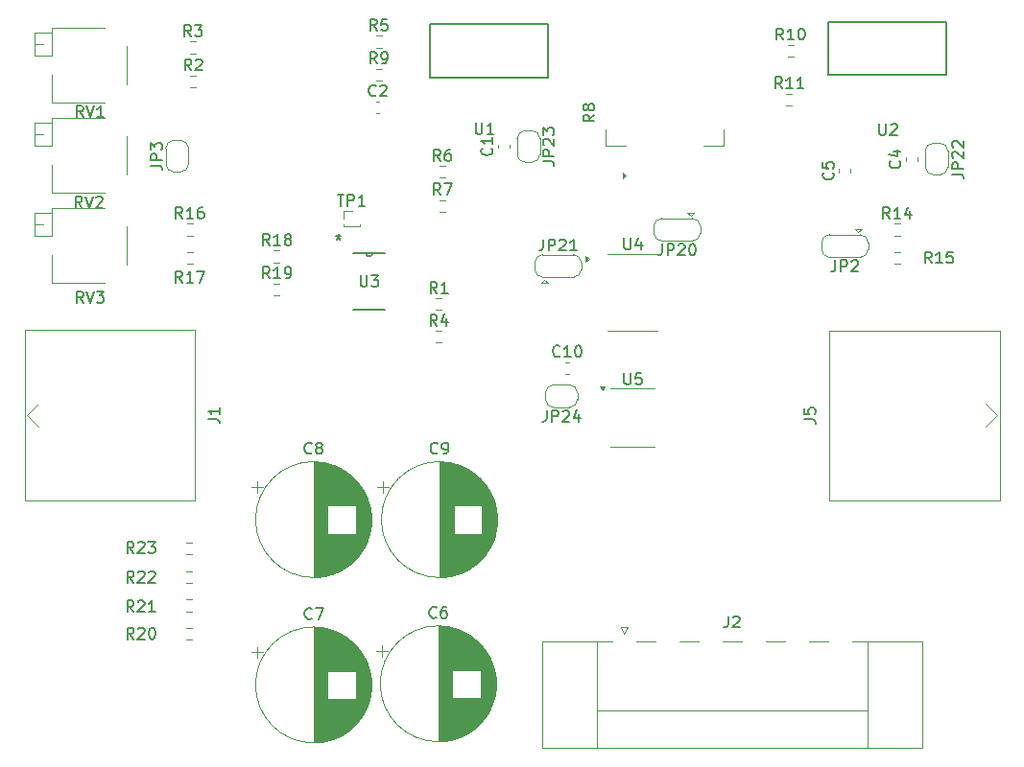
<source format=gbr>
%TF.GenerationSoftware,KiCad,Pcbnew,8.0.4*%
%TF.CreationDate,2024-12-24T16:07:24-06:00*%
%TF.ProjectId,opa548_revised,6f706135-3438-45f7-9265-76697365642e,rev?*%
%TF.SameCoordinates,Original*%
%TF.FileFunction,Legend,Top*%
%TF.FilePolarity,Positive*%
%FSLAX46Y46*%
G04 Gerber Fmt 4.6, Leading zero omitted, Abs format (unit mm)*
G04 Created by KiCad (PCBNEW 8.0.4) date 2024-12-24 16:07:24*
%MOMM*%
%LPD*%
G01*
G04 APERTURE LIST*
%ADD10C,0.150000*%
%ADD11C,0.120000*%
%ADD12C,0.152400*%
G04 APERTURE END LIST*
D10*
X103004819Y-40641666D02*
X102528628Y-40974999D01*
X103004819Y-41213094D02*
X102004819Y-41213094D01*
X102004819Y-41213094D02*
X102004819Y-40832142D01*
X102004819Y-40832142D02*
X102052438Y-40736904D01*
X102052438Y-40736904D02*
X102100057Y-40689285D01*
X102100057Y-40689285D02*
X102195295Y-40641666D01*
X102195295Y-40641666D02*
X102338152Y-40641666D01*
X102338152Y-40641666D02*
X102433390Y-40689285D01*
X102433390Y-40689285D02*
X102481009Y-40736904D01*
X102481009Y-40736904D02*
X102528628Y-40832142D01*
X102528628Y-40832142D02*
X102528628Y-41213094D01*
X102433390Y-40070237D02*
X102385771Y-40165475D01*
X102385771Y-40165475D02*
X102338152Y-40213094D01*
X102338152Y-40213094D02*
X102242914Y-40260713D01*
X102242914Y-40260713D02*
X102195295Y-40260713D01*
X102195295Y-40260713D02*
X102100057Y-40213094D01*
X102100057Y-40213094D02*
X102052438Y-40165475D01*
X102052438Y-40165475D02*
X102004819Y-40070237D01*
X102004819Y-40070237D02*
X102004819Y-39879761D01*
X102004819Y-39879761D02*
X102052438Y-39784523D01*
X102052438Y-39784523D02*
X102100057Y-39736904D01*
X102100057Y-39736904D02*
X102195295Y-39689285D01*
X102195295Y-39689285D02*
X102242914Y-39689285D01*
X102242914Y-39689285D02*
X102338152Y-39736904D01*
X102338152Y-39736904D02*
X102385771Y-39784523D01*
X102385771Y-39784523D02*
X102433390Y-39879761D01*
X102433390Y-39879761D02*
X102433390Y-40070237D01*
X102433390Y-40070237D02*
X102481009Y-40165475D01*
X102481009Y-40165475D02*
X102528628Y-40213094D01*
X102528628Y-40213094D02*
X102623866Y-40260713D01*
X102623866Y-40260713D02*
X102814342Y-40260713D01*
X102814342Y-40260713D02*
X102909580Y-40213094D01*
X102909580Y-40213094D02*
X102957200Y-40165475D01*
X102957200Y-40165475D02*
X103004819Y-40070237D01*
X103004819Y-40070237D02*
X103004819Y-39879761D01*
X103004819Y-39879761D02*
X102957200Y-39784523D01*
X102957200Y-39784523D02*
X102909580Y-39736904D01*
X102909580Y-39736904D02*
X102814342Y-39689285D01*
X102814342Y-39689285D02*
X102623866Y-39689285D01*
X102623866Y-39689285D02*
X102528628Y-39736904D01*
X102528628Y-39736904D02*
X102481009Y-39784523D01*
X102481009Y-39784523D02*
X102433390Y-39879761D01*
X63854819Y-45133333D02*
X64569104Y-45133333D01*
X64569104Y-45133333D02*
X64711961Y-45180952D01*
X64711961Y-45180952D02*
X64807200Y-45276190D01*
X64807200Y-45276190D02*
X64854819Y-45419047D01*
X64854819Y-45419047D02*
X64854819Y-45514285D01*
X64854819Y-44657142D02*
X63854819Y-44657142D01*
X63854819Y-44657142D02*
X63854819Y-44276190D01*
X63854819Y-44276190D02*
X63902438Y-44180952D01*
X63902438Y-44180952D02*
X63950057Y-44133333D01*
X63950057Y-44133333D02*
X64045295Y-44085714D01*
X64045295Y-44085714D02*
X64188152Y-44085714D01*
X64188152Y-44085714D02*
X64283390Y-44133333D01*
X64283390Y-44133333D02*
X64331009Y-44180952D01*
X64331009Y-44180952D02*
X64378628Y-44276190D01*
X64378628Y-44276190D02*
X64378628Y-44657142D01*
X63854819Y-43752380D02*
X63854819Y-43133333D01*
X63854819Y-43133333D02*
X64235771Y-43466666D01*
X64235771Y-43466666D02*
X64235771Y-43323809D01*
X64235771Y-43323809D02*
X64283390Y-43228571D01*
X64283390Y-43228571D02*
X64331009Y-43180952D01*
X64331009Y-43180952D02*
X64426247Y-43133333D01*
X64426247Y-43133333D02*
X64664342Y-43133333D01*
X64664342Y-43133333D02*
X64759580Y-43180952D01*
X64759580Y-43180952D02*
X64807200Y-43228571D01*
X64807200Y-43228571D02*
X64854819Y-43323809D01*
X64854819Y-43323809D02*
X64854819Y-43609523D01*
X64854819Y-43609523D02*
X64807200Y-43704761D01*
X64807200Y-43704761D02*
X64759580Y-43752380D01*
X128138095Y-41454819D02*
X128138095Y-42264342D01*
X128138095Y-42264342D02*
X128185714Y-42359580D01*
X128185714Y-42359580D02*
X128233333Y-42407200D01*
X128233333Y-42407200D02*
X128328571Y-42454819D01*
X128328571Y-42454819D02*
X128519047Y-42454819D01*
X128519047Y-42454819D02*
X128614285Y-42407200D01*
X128614285Y-42407200D02*
X128661904Y-42359580D01*
X128661904Y-42359580D02*
X128709523Y-42264342D01*
X128709523Y-42264342D02*
X128709523Y-41454819D01*
X129138095Y-41550057D02*
X129185714Y-41502438D01*
X129185714Y-41502438D02*
X129280952Y-41454819D01*
X129280952Y-41454819D02*
X129519047Y-41454819D01*
X129519047Y-41454819D02*
X129614285Y-41502438D01*
X129614285Y-41502438D02*
X129661904Y-41550057D01*
X129661904Y-41550057D02*
X129709523Y-41645295D01*
X129709523Y-41645295D02*
X129709523Y-41740533D01*
X129709523Y-41740533D02*
X129661904Y-41883390D01*
X129661904Y-41883390D02*
X129090476Y-42454819D01*
X129090476Y-42454819D02*
X129709523Y-42454819D01*
X105638095Y-63454819D02*
X105638095Y-64264342D01*
X105638095Y-64264342D02*
X105685714Y-64359580D01*
X105685714Y-64359580D02*
X105733333Y-64407200D01*
X105733333Y-64407200D02*
X105828571Y-64454819D01*
X105828571Y-64454819D02*
X106019047Y-64454819D01*
X106019047Y-64454819D02*
X106114285Y-64407200D01*
X106114285Y-64407200D02*
X106161904Y-64359580D01*
X106161904Y-64359580D02*
X106209523Y-64264342D01*
X106209523Y-64264342D02*
X106209523Y-63454819D01*
X107161904Y-63454819D02*
X106685714Y-63454819D01*
X106685714Y-63454819D02*
X106638095Y-63931009D01*
X106638095Y-63931009D02*
X106685714Y-63883390D01*
X106685714Y-63883390D02*
X106780952Y-63835771D01*
X106780952Y-63835771D02*
X107019047Y-63835771D01*
X107019047Y-63835771D02*
X107114285Y-63883390D01*
X107114285Y-63883390D02*
X107161904Y-63931009D01*
X107161904Y-63931009D02*
X107209523Y-64026247D01*
X107209523Y-64026247D02*
X107209523Y-64264342D01*
X107209523Y-64264342D02*
X107161904Y-64359580D01*
X107161904Y-64359580D02*
X107114285Y-64407200D01*
X107114285Y-64407200D02*
X107019047Y-64454819D01*
X107019047Y-64454819D02*
X106780952Y-64454819D01*
X106780952Y-64454819D02*
X106685714Y-64407200D01*
X106685714Y-64407200D02*
X106638095Y-64359580D01*
X105638095Y-51554819D02*
X105638095Y-52364342D01*
X105638095Y-52364342D02*
X105685714Y-52459580D01*
X105685714Y-52459580D02*
X105733333Y-52507200D01*
X105733333Y-52507200D02*
X105828571Y-52554819D01*
X105828571Y-52554819D02*
X106019047Y-52554819D01*
X106019047Y-52554819D02*
X106114285Y-52507200D01*
X106114285Y-52507200D02*
X106161904Y-52459580D01*
X106161904Y-52459580D02*
X106209523Y-52364342D01*
X106209523Y-52364342D02*
X106209523Y-51554819D01*
X107114285Y-51888152D02*
X107114285Y-52554819D01*
X106876190Y-51507200D02*
X106638095Y-52221485D01*
X106638095Y-52221485D02*
X107257142Y-52221485D01*
X82374295Y-54819819D02*
X82374295Y-55629342D01*
X82374295Y-55629342D02*
X82421914Y-55724580D01*
X82421914Y-55724580D02*
X82469533Y-55772200D01*
X82469533Y-55772200D02*
X82564771Y-55819819D01*
X82564771Y-55819819D02*
X82755247Y-55819819D01*
X82755247Y-55819819D02*
X82850485Y-55772200D01*
X82850485Y-55772200D02*
X82898104Y-55724580D01*
X82898104Y-55724580D02*
X82945723Y-55629342D01*
X82945723Y-55629342D02*
X82945723Y-54819819D01*
X83326676Y-54819819D02*
X83945723Y-54819819D01*
X83945723Y-54819819D02*
X83612390Y-55200771D01*
X83612390Y-55200771D02*
X83755247Y-55200771D01*
X83755247Y-55200771D02*
X83850485Y-55248390D01*
X83850485Y-55248390D02*
X83898104Y-55296009D01*
X83898104Y-55296009D02*
X83945723Y-55391247D01*
X83945723Y-55391247D02*
X83945723Y-55629342D01*
X83945723Y-55629342D02*
X83898104Y-55724580D01*
X83898104Y-55724580D02*
X83850485Y-55772200D01*
X83850485Y-55772200D02*
X83755247Y-55819819D01*
X83755247Y-55819819D02*
X83469533Y-55819819D01*
X83469533Y-55819819D02*
X83374295Y-55772200D01*
X83374295Y-55772200D02*
X83326676Y-55724580D01*
X80418400Y-51213019D02*
X80418400Y-51451114D01*
X80180305Y-51355876D02*
X80418400Y-51451114D01*
X80418400Y-51451114D02*
X80656495Y-51355876D01*
X80275543Y-51641590D02*
X80418400Y-51451114D01*
X80418400Y-51451114D02*
X80561257Y-51641590D01*
X92538095Y-41354819D02*
X92538095Y-42164342D01*
X92538095Y-42164342D02*
X92585714Y-42259580D01*
X92585714Y-42259580D02*
X92633333Y-42307200D01*
X92633333Y-42307200D02*
X92728571Y-42354819D01*
X92728571Y-42354819D02*
X92919047Y-42354819D01*
X92919047Y-42354819D02*
X93014285Y-42307200D01*
X93014285Y-42307200D02*
X93061904Y-42259580D01*
X93061904Y-42259580D02*
X93109523Y-42164342D01*
X93109523Y-42164342D02*
X93109523Y-41354819D01*
X94109523Y-42354819D02*
X93538095Y-42354819D01*
X93823809Y-42354819D02*
X93823809Y-41354819D01*
X93823809Y-41354819D02*
X93728571Y-41497676D01*
X93728571Y-41497676D02*
X93633333Y-41592914D01*
X93633333Y-41592914D02*
X93538095Y-41640533D01*
X80338095Y-47694819D02*
X80909523Y-47694819D01*
X80623809Y-48694819D02*
X80623809Y-47694819D01*
X81242857Y-48694819D02*
X81242857Y-47694819D01*
X81242857Y-47694819D02*
X81623809Y-47694819D01*
X81623809Y-47694819D02*
X81719047Y-47742438D01*
X81719047Y-47742438D02*
X81766666Y-47790057D01*
X81766666Y-47790057D02*
X81814285Y-47885295D01*
X81814285Y-47885295D02*
X81814285Y-48028152D01*
X81814285Y-48028152D02*
X81766666Y-48123390D01*
X81766666Y-48123390D02*
X81719047Y-48171009D01*
X81719047Y-48171009D02*
X81623809Y-48218628D01*
X81623809Y-48218628D02*
X81242857Y-48218628D01*
X82766666Y-48694819D02*
X82195238Y-48694819D01*
X82480952Y-48694819D02*
X82480952Y-47694819D01*
X82480952Y-47694819D02*
X82385714Y-47837676D01*
X82385714Y-47837676D02*
X82290476Y-47932914D01*
X82290476Y-47932914D02*
X82195238Y-47980533D01*
X57904761Y-57254819D02*
X57571428Y-56778628D01*
X57333333Y-57254819D02*
X57333333Y-56254819D01*
X57333333Y-56254819D02*
X57714285Y-56254819D01*
X57714285Y-56254819D02*
X57809523Y-56302438D01*
X57809523Y-56302438D02*
X57857142Y-56350057D01*
X57857142Y-56350057D02*
X57904761Y-56445295D01*
X57904761Y-56445295D02*
X57904761Y-56588152D01*
X57904761Y-56588152D02*
X57857142Y-56683390D01*
X57857142Y-56683390D02*
X57809523Y-56731009D01*
X57809523Y-56731009D02*
X57714285Y-56778628D01*
X57714285Y-56778628D02*
X57333333Y-56778628D01*
X58190476Y-56254819D02*
X58523809Y-57254819D01*
X58523809Y-57254819D02*
X58857142Y-56254819D01*
X59095238Y-56254819D02*
X59714285Y-56254819D01*
X59714285Y-56254819D02*
X59380952Y-56635771D01*
X59380952Y-56635771D02*
X59523809Y-56635771D01*
X59523809Y-56635771D02*
X59619047Y-56683390D01*
X59619047Y-56683390D02*
X59666666Y-56731009D01*
X59666666Y-56731009D02*
X59714285Y-56826247D01*
X59714285Y-56826247D02*
X59714285Y-57064342D01*
X59714285Y-57064342D02*
X59666666Y-57159580D01*
X59666666Y-57159580D02*
X59619047Y-57207200D01*
X59619047Y-57207200D02*
X59523809Y-57254819D01*
X59523809Y-57254819D02*
X59238095Y-57254819D01*
X59238095Y-57254819D02*
X59142857Y-57207200D01*
X59142857Y-57207200D02*
X59095238Y-57159580D01*
X57804761Y-48854819D02*
X57471428Y-48378628D01*
X57233333Y-48854819D02*
X57233333Y-47854819D01*
X57233333Y-47854819D02*
X57614285Y-47854819D01*
X57614285Y-47854819D02*
X57709523Y-47902438D01*
X57709523Y-47902438D02*
X57757142Y-47950057D01*
X57757142Y-47950057D02*
X57804761Y-48045295D01*
X57804761Y-48045295D02*
X57804761Y-48188152D01*
X57804761Y-48188152D02*
X57757142Y-48283390D01*
X57757142Y-48283390D02*
X57709523Y-48331009D01*
X57709523Y-48331009D02*
X57614285Y-48378628D01*
X57614285Y-48378628D02*
X57233333Y-48378628D01*
X58090476Y-47854819D02*
X58423809Y-48854819D01*
X58423809Y-48854819D02*
X58757142Y-47854819D01*
X59042857Y-47950057D02*
X59090476Y-47902438D01*
X59090476Y-47902438D02*
X59185714Y-47854819D01*
X59185714Y-47854819D02*
X59423809Y-47854819D01*
X59423809Y-47854819D02*
X59519047Y-47902438D01*
X59519047Y-47902438D02*
X59566666Y-47950057D01*
X59566666Y-47950057D02*
X59614285Y-48045295D01*
X59614285Y-48045295D02*
X59614285Y-48140533D01*
X59614285Y-48140533D02*
X59566666Y-48283390D01*
X59566666Y-48283390D02*
X58995238Y-48854819D01*
X58995238Y-48854819D02*
X59614285Y-48854819D01*
X57904761Y-40854819D02*
X57571428Y-40378628D01*
X57333333Y-40854819D02*
X57333333Y-39854819D01*
X57333333Y-39854819D02*
X57714285Y-39854819D01*
X57714285Y-39854819D02*
X57809523Y-39902438D01*
X57809523Y-39902438D02*
X57857142Y-39950057D01*
X57857142Y-39950057D02*
X57904761Y-40045295D01*
X57904761Y-40045295D02*
X57904761Y-40188152D01*
X57904761Y-40188152D02*
X57857142Y-40283390D01*
X57857142Y-40283390D02*
X57809523Y-40331009D01*
X57809523Y-40331009D02*
X57714285Y-40378628D01*
X57714285Y-40378628D02*
X57333333Y-40378628D01*
X58190476Y-39854819D02*
X58523809Y-40854819D01*
X58523809Y-40854819D02*
X58857142Y-39854819D01*
X59714285Y-40854819D02*
X59142857Y-40854819D01*
X59428571Y-40854819D02*
X59428571Y-39854819D01*
X59428571Y-39854819D02*
X59333333Y-39997676D01*
X59333333Y-39997676D02*
X59238095Y-40092914D01*
X59238095Y-40092914D02*
X59142857Y-40140533D01*
X62357142Y-79354819D02*
X62023809Y-78878628D01*
X61785714Y-79354819D02*
X61785714Y-78354819D01*
X61785714Y-78354819D02*
X62166666Y-78354819D01*
X62166666Y-78354819D02*
X62261904Y-78402438D01*
X62261904Y-78402438D02*
X62309523Y-78450057D01*
X62309523Y-78450057D02*
X62357142Y-78545295D01*
X62357142Y-78545295D02*
X62357142Y-78688152D01*
X62357142Y-78688152D02*
X62309523Y-78783390D01*
X62309523Y-78783390D02*
X62261904Y-78831009D01*
X62261904Y-78831009D02*
X62166666Y-78878628D01*
X62166666Y-78878628D02*
X61785714Y-78878628D01*
X62738095Y-78450057D02*
X62785714Y-78402438D01*
X62785714Y-78402438D02*
X62880952Y-78354819D01*
X62880952Y-78354819D02*
X63119047Y-78354819D01*
X63119047Y-78354819D02*
X63214285Y-78402438D01*
X63214285Y-78402438D02*
X63261904Y-78450057D01*
X63261904Y-78450057D02*
X63309523Y-78545295D01*
X63309523Y-78545295D02*
X63309523Y-78640533D01*
X63309523Y-78640533D02*
X63261904Y-78783390D01*
X63261904Y-78783390D02*
X62690476Y-79354819D01*
X62690476Y-79354819D02*
X63309523Y-79354819D01*
X63642857Y-78354819D02*
X64261904Y-78354819D01*
X64261904Y-78354819D02*
X63928571Y-78735771D01*
X63928571Y-78735771D02*
X64071428Y-78735771D01*
X64071428Y-78735771D02*
X64166666Y-78783390D01*
X64166666Y-78783390D02*
X64214285Y-78831009D01*
X64214285Y-78831009D02*
X64261904Y-78926247D01*
X64261904Y-78926247D02*
X64261904Y-79164342D01*
X64261904Y-79164342D02*
X64214285Y-79259580D01*
X64214285Y-79259580D02*
X64166666Y-79307200D01*
X64166666Y-79307200D02*
X64071428Y-79354819D01*
X64071428Y-79354819D02*
X63785714Y-79354819D01*
X63785714Y-79354819D02*
X63690476Y-79307200D01*
X63690476Y-79307200D02*
X63642857Y-79259580D01*
X62357142Y-81954819D02*
X62023809Y-81478628D01*
X61785714Y-81954819D02*
X61785714Y-80954819D01*
X61785714Y-80954819D02*
X62166666Y-80954819D01*
X62166666Y-80954819D02*
X62261904Y-81002438D01*
X62261904Y-81002438D02*
X62309523Y-81050057D01*
X62309523Y-81050057D02*
X62357142Y-81145295D01*
X62357142Y-81145295D02*
X62357142Y-81288152D01*
X62357142Y-81288152D02*
X62309523Y-81383390D01*
X62309523Y-81383390D02*
X62261904Y-81431009D01*
X62261904Y-81431009D02*
X62166666Y-81478628D01*
X62166666Y-81478628D02*
X61785714Y-81478628D01*
X62738095Y-81050057D02*
X62785714Y-81002438D01*
X62785714Y-81002438D02*
X62880952Y-80954819D01*
X62880952Y-80954819D02*
X63119047Y-80954819D01*
X63119047Y-80954819D02*
X63214285Y-81002438D01*
X63214285Y-81002438D02*
X63261904Y-81050057D01*
X63261904Y-81050057D02*
X63309523Y-81145295D01*
X63309523Y-81145295D02*
X63309523Y-81240533D01*
X63309523Y-81240533D02*
X63261904Y-81383390D01*
X63261904Y-81383390D02*
X62690476Y-81954819D01*
X62690476Y-81954819D02*
X63309523Y-81954819D01*
X63690476Y-81050057D02*
X63738095Y-81002438D01*
X63738095Y-81002438D02*
X63833333Y-80954819D01*
X63833333Y-80954819D02*
X64071428Y-80954819D01*
X64071428Y-80954819D02*
X64166666Y-81002438D01*
X64166666Y-81002438D02*
X64214285Y-81050057D01*
X64214285Y-81050057D02*
X64261904Y-81145295D01*
X64261904Y-81145295D02*
X64261904Y-81240533D01*
X64261904Y-81240533D02*
X64214285Y-81383390D01*
X64214285Y-81383390D02*
X63642857Y-81954819D01*
X63642857Y-81954819D02*
X64261904Y-81954819D01*
X62357142Y-84554819D02*
X62023809Y-84078628D01*
X61785714Y-84554819D02*
X61785714Y-83554819D01*
X61785714Y-83554819D02*
X62166666Y-83554819D01*
X62166666Y-83554819D02*
X62261904Y-83602438D01*
X62261904Y-83602438D02*
X62309523Y-83650057D01*
X62309523Y-83650057D02*
X62357142Y-83745295D01*
X62357142Y-83745295D02*
X62357142Y-83888152D01*
X62357142Y-83888152D02*
X62309523Y-83983390D01*
X62309523Y-83983390D02*
X62261904Y-84031009D01*
X62261904Y-84031009D02*
X62166666Y-84078628D01*
X62166666Y-84078628D02*
X61785714Y-84078628D01*
X62738095Y-83650057D02*
X62785714Y-83602438D01*
X62785714Y-83602438D02*
X62880952Y-83554819D01*
X62880952Y-83554819D02*
X63119047Y-83554819D01*
X63119047Y-83554819D02*
X63214285Y-83602438D01*
X63214285Y-83602438D02*
X63261904Y-83650057D01*
X63261904Y-83650057D02*
X63309523Y-83745295D01*
X63309523Y-83745295D02*
X63309523Y-83840533D01*
X63309523Y-83840533D02*
X63261904Y-83983390D01*
X63261904Y-83983390D02*
X62690476Y-84554819D01*
X62690476Y-84554819D02*
X63309523Y-84554819D01*
X64261904Y-84554819D02*
X63690476Y-84554819D01*
X63976190Y-84554819D02*
X63976190Y-83554819D01*
X63976190Y-83554819D02*
X63880952Y-83697676D01*
X63880952Y-83697676D02*
X63785714Y-83792914D01*
X63785714Y-83792914D02*
X63690476Y-83840533D01*
X62357142Y-86954819D02*
X62023809Y-86478628D01*
X61785714Y-86954819D02*
X61785714Y-85954819D01*
X61785714Y-85954819D02*
X62166666Y-85954819D01*
X62166666Y-85954819D02*
X62261904Y-86002438D01*
X62261904Y-86002438D02*
X62309523Y-86050057D01*
X62309523Y-86050057D02*
X62357142Y-86145295D01*
X62357142Y-86145295D02*
X62357142Y-86288152D01*
X62357142Y-86288152D02*
X62309523Y-86383390D01*
X62309523Y-86383390D02*
X62261904Y-86431009D01*
X62261904Y-86431009D02*
X62166666Y-86478628D01*
X62166666Y-86478628D02*
X61785714Y-86478628D01*
X62738095Y-86050057D02*
X62785714Y-86002438D01*
X62785714Y-86002438D02*
X62880952Y-85954819D01*
X62880952Y-85954819D02*
X63119047Y-85954819D01*
X63119047Y-85954819D02*
X63214285Y-86002438D01*
X63214285Y-86002438D02*
X63261904Y-86050057D01*
X63261904Y-86050057D02*
X63309523Y-86145295D01*
X63309523Y-86145295D02*
X63309523Y-86240533D01*
X63309523Y-86240533D02*
X63261904Y-86383390D01*
X63261904Y-86383390D02*
X62690476Y-86954819D01*
X62690476Y-86954819D02*
X63309523Y-86954819D01*
X63928571Y-85954819D02*
X64023809Y-85954819D01*
X64023809Y-85954819D02*
X64119047Y-86002438D01*
X64119047Y-86002438D02*
X64166666Y-86050057D01*
X64166666Y-86050057D02*
X64214285Y-86145295D01*
X64214285Y-86145295D02*
X64261904Y-86335771D01*
X64261904Y-86335771D02*
X64261904Y-86573866D01*
X64261904Y-86573866D02*
X64214285Y-86764342D01*
X64214285Y-86764342D02*
X64166666Y-86859580D01*
X64166666Y-86859580D02*
X64119047Y-86907200D01*
X64119047Y-86907200D02*
X64023809Y-86954819D01*
X64023809Y-86954819D02*
X63928571Y-86954819D01*
X63928571Y-86954819D02*
X63833333Y-86907200D01*
X63833333Y-86907200D02*
X63785714Y-86859580D01*
X63785714Y-86859580D02*
X63738095Y-86764342D01*
X63738095Y-86764342D02*
X63690476Y-86573866D01*
X63690476Y-86573866D02*
X63690476Y-86335771D01*
X63690476Y-86335771D02*
X63738095Y-86145295D01*
X63738095Y-86145295D02*
X63785714Y-86050057D01*
X63785714Y-86050057D02*
X63833333Y-86002438D01*
X63833333Y-86002438D02*
X63928571Y-85954819D01*
X74344642Y-55084819D02*
X74011309Y-54608628D01*
X73773214Y-55084819D02*
X73773214Y-54084819D01*
X73773214Y-54084819D02*
X74154166Y-54084819D01*
X74154166Y-54084819D02*
X74249404Y-54132438D01*
X74249404Y-54132438D02*
X74297023Y-54180057D01*
X74297023Y-54180057D02*
X74344642Y-54275295D01*
X74344642Y-54275295D02*
X74344642Y-54418152D01*
X74344642Y-54418152D02*
X74297023Y-54513390D01*
X74297023Y-54513390D02*
X74249404Y-54561009D01*
X74249404Y-54561009D02*
X74154166Y-54608628D01*
X74154166Y-54608628D02*
X73773214Y-54608628D01*
X75297023Y-55084819D02*
X74725595Y-55084819D01*
X75011309Y-55084819D02*
X75011309Y-54084819D01*
X75011309Y-54084819D02*
X74916071Y-54227676D01*
X74916071Y-54227676D02*
X74820833Y-54322914D01*
X74820833Y-54322914D02*
X74725595Y-54370533D01*
X75773214Y-55084819D02*
X75963690Y-55084819D01*
X75963690Y-55084819D02*
X76058928Y-55037200D01*
X76058928Y-55037200D02*
X76106547Y-54989580D01*
X76106547Y-54989580D02*
X76201785Y-54846723D01*
X76201785Y-54846723D02*
X76249404Y-54656247D01*
X76249404Y-54656247D02*
X76249404Y-54275295D01*
X76249404Y-54275295D02*
X76201785Y-54180057D01*
X76201785Y-54180057D02*
X76154166Y-54132438D01*
X76154166Y-54132438D02*
X76058928Y-54084819D01*
X76058928Y-54084819D02*
X75868452Y-54084819D01*
X75868452Y-54084819D02*
X75773214Y-54132438D01*
X75773214Y-54132438D02*
X75725595Y-54180057D01*
X75725595Y-54180057D02*
X75677976Y-54275295D01*
X75677976Y-54275295D02*
X75677976Y-54513390D01*
X75677976Y-54513390D02*
X75725595Y-54608628D01*
X75725595Y-54608628D02*
X75773214Y-54656247D01*
X75773214Y-54656247D02*
X75868452Y-54703866D01*
X75868452Y-54703866D02*
X76058928Y-54703866D01*
X76058928Y-54703866D02*
X76154166Y-54656247D01*
X76154166Y-54656247D02*
X76201785Y-54608628D01*
X76201785Y-54608628D02*
X76249404Y-54513390D01*
X74344642Y-52184819D02*
X74011309Y-51708628D01*
X73773214Y-52184819D02*
X73773214Y-51184819D01*
X73773214Y-51184819D02*
X74154166Y-51184819D01*
X74154166Y-51184819D02*
X74249404Y-51232438D01*
X74249404Y-51232438D02*
X74297023Y-51280057D01*
X74297023Y-51280057D02*
X74344642Y-51375295D01*
X74344642Y-51375295D02*
X74344642Y-51518152D01*
X74344642Y-51518152D02*
X74297023Y-51613390D01*
X74297023Y-51613390D02*
X74249404Y-51661009D01*
X74249404Y-51661009D02*
X74154166Y-51708628D01*
X74154166Y-51708628D02*
X73773214Y-51708628D01*
X75297023Y-52184819D02*
X74725595Y-52184819D01*
X75011309Y-52184819D02*
X75011309Y-51184819D01*
X75011309Y-51184819D02*
X74916071Y-51327676D01*
X74916071Y-51327676D02*
X74820833Y-51422914D01*
X74820833Y-51422914D02*
X74725595Y-51470533D01*
X75868452Y-51613390D02*
X75773214Y-51565771D01*
X75773214Y-51565771D02*
X75725595Y-51518152D01*
X75725595Y-51518152D02*
X75677976Y-51422914D01*
X75677976Y-51422914D02*
X75677976Y-51375295D01*
X75677976Y-51375295D02*
X75725595Y-51280057D01*
X75725595Y-51280057D02*
X75773214Y-51232438D01*
X75773214Y-51232438D02*
X75868452Y-51184819D01*
X75868452Y-51184819D02*
X76058928Y-51184819D01*
X76058928Y-51184819D02*
X76154166Y-51232438D01*
X76154166Y-51232438D02*
X76201785Y-51280057D01*
X76201785Y-51280057D02*
X76249404Y-51375295D01*
X76249404Y-51375295D02*
X76249404Y-51422914D01*
X76249404Y-51422914D02*
X76201785Y-51518152D01*
X76201785Y-51518152D02*
X76154166Y-51565771D01*
X76154166Y-51565771D02*
X76058928Y-51613390D01*
X76058928Y-51613390D02*
X75868452Y-51613390D01*
X75868452Y-51613390D02*
X75773214Y-51661009D01*
X75773214Y-51661009D02*
X75725595Y-51708628D01*
X75725595Y-51708628D02*
X75677976Y-51803866D01*
X75677976Y-51803866D02*
X75677976Y-51994342D01*
X75677976Y-51994342D02*
X75725595Y-52089580D01*
X75725595Y-52089580D02*
X75773214Y-52137200D01*
X75773214Y-52137200D02*
X75868452Y-52184819D01*
X75868452Y-52184819D02*
X76058928Y-52184819D01*
X76058928Y-52184819D02*
X76154166Y-52137200D01*
X76154166Y-52137200D02*
X76201785Y-52089580D01*
X76201785Y-52089580D02*
X76249404Y-51994342D01*
X76249404Y-51994342D02*
X76249404Y-51803866D01*
X76249404Y-51803866D02*
X76201785Y-51708628D01*
X76201785Y-51708628D02*
X76154166Y-51661009D01*
X76154166Y-51661009D02*
X76058928Y-51613390D01*
X66657142Y-55454819D02*
X66323809Y-54978628D01*
X66085714Y-55454819D02*
X66085714Y-54454819D01*
X66085714Y-54454819D02*
X66466666Y-54454819D01*
X66466666Y-54454819D02*
X66561904Y-54502438D01*
X66561904Y-54502438D02*
X66609523Y-54550057D01*
X66609523Y-54550057D02*
X66657142Y-54645295D01*
X66657142Y-54645295D02*
X66657142Y-54788152D01*
X66657142Y-54788152D02*
X66609523Y-54883390D01*
X66609523Y-54883390D02*
X66561904Y-54931009D01*
X66561904Y-54931009D02*
X66466666Y-54978628D01*
X66466666Y-54978628D02*
X66085714Y-54978628D01*
X67609523Y-55454819D02*
X67038095Y-55454819D01*
X67323809Y-55454819D02*
X67323809Y-54454819D01*
X67323809Y-54454819D02*
X67228571Y-54597676D01*
X67228571Y-54597676D02*
X67133333Y-54692914D01*
X67133333Y-54692914D02*
X67038095Y-54740533D01*
X67942857Y-54454819D02*
X68609523Y-54454819D01*
X68609523Y-54454819D02*
X68180952Y-55454819D01*
X66657142Y-49824819D02*
X66323809Y-49348628D01*
X66085714Y-49824819D02*
X66085714Y-48824819D01*
X66085714Y-48824819D02*
X66466666Y-48824819D01*
X66466666Y-48824819D02*
X66561904Y-48872438D01*
X66561904Y-48872438D02*
X66609523Y-48920057D01*
X66609523Y-48920057D02*
X66657142Y-49015295D01*
X66657142Y-49015295D02*
X66657142Y-49158152D01*
X66657142Y-49158152D02*
X66609523Y-49253390D01*
X66609523Y-49253390D02*
X66561904Y-49301009D01*
X66561904Y-49301009D02*
X66466666Y-49348628D01*
X66466666Y-49348628D02*
X66085714Y-49348628D01*
X67609523Y-49824819D02*
X67038095Y-49824819D01*
X67323809Y-49824819D02*
X67323809Y-48824819D01*
X67323809Y-48824819D02*
X67228571Y-48967676D01*
X67228571Y-48967676D02*
X67133333Y-49062914D01*
X67133333Y-49062914D02*
X67038095Y-49110533D01*
X68466666Y-48824819D02*
X68276190Y-48824819D01*
X68276190Y-48824819D02*
X68180952Y-48872438D01*
X68180952Y-48872438D02*
X68133333Y-48920057D01*
X68133333Y-48920057D02*
X68038095Y-49062914D01*
X68038095Y-49062914D02*
X67990476Y-49253390D01*
X67990476Y-49253390D02*
X67990476Y-49634342D01*
X67990476Y-49634342D02*
X68038095Y-49729580D01*
X68038095Y-49729580D02*
X68085714Y-49777200D01*
X68085714Y-49777200D02*
X68180952Y-49824819D01*
X68180952Y-49824819D02*
X68371428Y-49824819D01*
X68371428Y-49824819D02*
X68466666Y-49777200D01*
X68466666Y-49777200D02*
X68514285Y-49729580D01*
X68514285Y-49729580D02*
X68561904Y-49634342D01*
X68561904Y-49634342D02*
X68561904Y-49396247D01*
X68561904Y-49396247D02*
X68514285Y-49301009D01*
X68514285Y-49301009D02*
X68466666Y-49253390D01*
X68466666Y-49253390D02*
X68371428Y-49205771D01*
X68371428Y-49205771D02*
X68180952Y-49205771D01*
X68180952Y-49205771D02*
X68085714Y-49253390D01*
X68085714Y-49253390D02*
X68038095Y-49301009D01*
X68038095Y-49301009D02*
X67990476Y-49396247D01*
X132757142Y-53754819D02*
X132423809Y-53278628D01*
X132185714Y-53754819D02*
X132185714Y-52754819D01*
X132185714Y-52754819D02*
X132566666Y-52754819D01*
X132566666Y-52754819D02*
X132661904Y-52802438D01*
X132661904Y-52802438D02*
X132709523Y-52850057D01*
X132709523Y-52850057D02*
X132757142Y-52945295D01*
X132757142Y-52945295D02*
X132757142Y-53088152D01*
X132757142Y-53088152D02*
X132709523Y-53183390D01*
X132709523Y-53183390D02*
X132661904Y-53231009D01*
X132661904Y-53231009D02*
X132566666Y-53278628D01*
X132566666Y-53278628D02*
X132185714Y-53278628D01*
X133709523Y-53754819D02*
X133138095Y-53754819D01*
X133423809Y-53754819D02*
X133423809Y-52754819D01*
X133423809Y-52754819D02*
X133328571Y-52897676D01*
X133328571Y-52897676D02*
X133233333Y-52992914D01*
X133233333Y-52992914D02*
X133138095Y-53040533D01*
X134614285Y-52754819D02*
X134138095Y-52754819D01*
X134138095Y-52754819D02*
X134090476Y-53231009D01*
X134090476Y-53231009D02*
X134138095Y-53183390D01*
X134138095Y-53183390D02*
X134233333Y-53135771D01*
X134233333Y-53135771D02*
X134471428Y-53135771D01*
X134471428Y-53135771D02*
X134566666Y-53183390D01*
X134566666Y-53183390D02*
X134614285Y-53231009D01*
X134614285Y-53231009D02*
X134661904Y-53326247D01*
X134661904Y-53326247D02*
X134661904Y-53564342D01*
X134661904Y-53564342D02*
X134614285Y-53659580D01*
X134614285Y-53659580D02*
X134566666Y-53707200D01*
X134566666Y-53707200D02*
X134471428Y-53754819D01*
X134471428Y-53754819D02*
X134233333Y-53754819D01*
X134233333Y-53754819D02*
X134138095Y-53707200D01*
X134138095Y-53707200D02*
X134090476Y-53659580D01*
X129057142Y-49824819D02*
X128723809Y-49348628D01*
X128485714Y-49824819D02*
X128485714Y-48824819D01*
X128485714Y-48824819D02*
X128866666Y-48824819D01*
X128866666Y-48824819D02*
X128961904Y-48872438D01*
X128961904Y-48872438D02*
X129009523Y-48920057D01*
X129009523Y-48920057D02*
X129057142Y-49015295D01*
X129057142Y-49015295D02*
X129057142Y-49158152D01*
X129057142Y-49158152D02*
X129009523Y-49253390D01*
X129009523Y-49253390D02*
X128961904Y-49301009D01*
X128961904Y-49301009D02*
X128866666Y-49348628D01*
X128866666Y-49348628D02*
X128485714Y-49348628D01*
X130009523Y-49824819D02*
X129438095Y-49824819D01*
X129723809Y-49824819D02*
X129723809Y-48824819D01*
X129723809Y-48824819D02*
X129628571Y-48967676D01*
X129628571Y-48967676D02*
X129533333Y-49062914D01*
X129533333Y-49062914D02*
X129438095Y-49110533D01*
X130866666Y-49158152D02*
X130866666Y-49824819D01*
X130628571Y-48777200D02*
X130390476Y-49491485D01*
X130390476Y-49491485D02*
X131009523Y-49491485D01*
X119557142Y-38324819D02*
X119223809Y-37848628D01*
X118985714Y-38324819D02*
X118985714Y-37324819D01*
X118985714Y-37324819D02*
X119366666Y-37324819D01*
X119366666Y-37324819D02*
X119461904Y-37372438D01*
X119461904Y-37372438D02*
X119509523Y-37420057D01*
X119509523Y-37420057D02*
X119557142Y-37515295D01*
X119557142Y-37515295D02*
X119557142Y-37658152D01*
X119557142Y-37658152D02*
X119509523Y-37753390D01*
X119509523Y-37753390D02*
X119461904Y-37801009D01*
X119461904Y-37801009D02*
X119366666Y-37848628D01*
X119366666Y-37848628D02*
X118985714Y-37848628D01*
X120509523Y-38324819D02*
X119938095Y-38324819D01*
X120223809Y-38324819D02*
X120223809Y-37324819D01*
X120223809Y-37324819D02*
X120128571Y-37467676D01*
X120128571Y-37467676D02*
X120033333Y-37562914D01*
X120033333Y-37562914D02*
X119938095Y-37610533D01*
X121461904Y-38324819D02*
X120890476Y-38324819D01*
X121176190Y-38324819D02*
X121176190Y-37324819D01*
X121176190Y-37324819D02*
X121080952Y-37467676D01*
X121080952Y-37467676D02*
X120985714Y-37562914D01*
X120985714Y-37562914D02*
X120890476Y-37610533D01*
X119657142Y-34024819D02*
X119323809Y-33548628D01*
X119085714Y-34024819D02*
X119085714Y-33024819D01*
X119085714Y-33024819D02*
X119466666Y-33024819D01*
X119466666Y-33024819D02*
X119561904Y-33072438D01*
X119561904Y-33072438D02*
X119609523Y-33120057D01*
X119609523Y-33120057D02*
X119657142Y-33215295D01*
X119657142Y-33215295D02*
X119657142Y-33358152D01*
X119657142Y-33358152D02*
X119609523Y-33453390D01*
X119609523Y-33453390D02*
X119561904Y-33501009D01*
X119561904Y-33501009D02*
X119466666Y-33548628D01*
X119466666Y-33548628D02*
X119085714Y-33548628D01*
X120609523Y-34024819D02*
X120038095Y-34024819D01*
X120323809Y-34024819D02*
X120323809Y-33024819D01*
X120323809Y-33024819D02*
X120228571Y-33167676D01*
X120228571Y-33167676D02*
X120133333Y-33262914D01*
X120133333Y-33262914D02*
X120038095Y-33310533D01*
X121228571Y-33024819D02*
X121323809Y-33024819D01*
X121323809Y-33024819D02*
X121419047Y-33072438D01*
X121419047Y-33072438D02*
X121466666Y-33120057D01*
X121466666Y-33120057D02*
X121514285Y-33215295D01*
X121514285Y-33215295D02*
X121561904Y-33405771D01*
X121561904Y-33405771D02*
X121561904Y-33643866D01*
X121561904Y-33643866D02*
X121514285Y-33834342D01*
X121514285Y-33834342D02*
X121466666Y-33929580D01*
X121466666Y-33929580D02*
X121419047Y-33977200D01*
X121419047Y-33977200D02*
X121323809Y-34024819D01*
X121323809Y-34024819D02*
X121228571Y-34024819D01*
X121228571Y-34024819D02*
X121133333Y-33977200D01*
X121133333Y-33977200D02*
X121085714Y-33929580D01*
X121085714Y-33929580D02*
X121038095Y-33834342D01*
X121038095Y-33834342D02*
X120990476Y-33643866D01*
X120990476Y-33643866D02*
X120990476Y-33405771D01*
X120990476Y-33405771D02*
X121038095Y-33215295D01*
X121038095Y-33215295D02*
X121085714Y-33120057D01*
X121085714Y-33120057D02*
X121133333Y-33072438D01*
X121133333Y-33072438D02*
X121228571Y-33024819D01*
X83808833Y-36124819D02*
X83475500Y-35648628D01*
X83237405Y-36124819D02*
X83237405Y-35124819D01*
X83237405Y-35124819D02*
X83618357Y-35124819D01*
X83618357Y-35124819D02*
X83713595Y-35172438D01*
X83713595Y-35172438D02*
X83761214Y-35220057D01*
X83761214Y-35220057D02*
X83808833Y-35315295D01*
X83808833Y-35315295D02*
X83808833Y-35458152D01*
X83808833Y-35458152D02*
X83761214Y-35553390D01*
X83761214Y-35553390D02*
X83713595Y-35601009D01*
X83713595Y-35601009D02*
X83618357Y-35648628D01*
X83618357Y-35648628D02*
X83237405Y-35648628D01*
X84285024Y-36124819D02*
X84475500Y-36124819D01*
X84475500Y-36124819D02*
X84570738Y-36077200D01*
X84570738Y-36077200D02*
X84618357Y-36029580D01*
X84618357Y-36029580D02*
X84713595Y-35886723D01*
X84713595Y-35886723D02*
X84761214Y-35696247D01*
X84761214Y-35696247D02*
X84761214Y-35315295D01*
X84761214Y-35315295D02*
X84713595Y-35220057D01*
X84713595Y-35220057D02*
X84665976Y-35172438D01*
X84665976Y-35172438D02*
X84570738Y-35124819D01*
X84570738Y-35124819D02*
X84380262Y-35124819D01*
X84380262Y-35124819D02*
X84285024Y-35172438D01*
X84285024Y-35172438D02*
X84237405Y-35220057D01*
X84237405Y-35220057D02*
X84189786Y-35315295D01*
X84189786Y-35315295D02*
X84189786Y-35553390D01*
X84189786Y-35553390D02*
X84237405Y-35648628D01*
X84237405Y-35648628D02*
X84285024Y-35696247D01*
X84285024Y-35696247D02*
X84380262Y-35743866D01*
X84380262Y-35743866D02*
X84570738Y-35743866D01*
X84570738Y-35743866D02*
X84665976Y-35696247D01*
X84665976Y-35696247D02*
X84713595Y-35648628D01*
X84713595Y-35648628D02*
X84761214Y-35553390D01*
X89408833Y-47724819D02*
X89075500Y-47248628D01*
X88837405Y-47724819D02*
X88837405Y-46724819D01*
X88837405Y-46724819D02*
X89218357Y-46724819D01*
X89218357Y-46724819D02*
X89313595Y-46772438D01*
X89313595Y-46772438D02*
X89361214Y-46820057D01*
X89361214Y-46820057D02*
X89408833Y-46915295D01*
X89408833Y-46915295D02*
X89408833Y-47058152D01*
X89408833Y-47058152D02*
X89361214Y-47153390D01*
X89361214Y-47153390D02*
X89313595Y-47201009D01*
X89313595Y-47201009D02*
X89218357Y-47248628D01*
X89218357Y-47248628D02*
X88837405Y-47248628D01*
X89742167Y-46724819D02*
X90408833Y-46724819D01*
X90408833Y-46724819D02*
X89980262Y-47724819D01*
X89421333Y-44724819D02*
X89088000Y-44248628D01*
X88849905Y-44724819D02*
X88849905Y-43724819D01*
X88849905Y-43724819D02*
X89230857Y-43724819D01*
X89230857Y-43724819D02*
X89326095Y-43772438D01*
X89326095Y-43772438D02*
X89373714Y-43820057D01*
X89373714Y-43820057D02*
X89421333Y-43915295D01*
X89421333Y-43915295D02*
X89421333Y-44058152D01*
X89421333Y-44058152D02*
X89373714Y-44153390D01*
X89373714Y-44153390D02*
X89326095Y-44201009D01*
X89326095Y-44201009D02*
X89230857Y-44248628D01*
X89230857Y-44248628D02*
X88849905Y-44248628D01*
X90278476Y-43724819D02*
X90088000Y-43724819D01*
X90088000Y-43724819D02*
X89992762Y-43772438D01*
X89992762Y-43772438D02*
X89945143Y-43820057D01*
X89945143Y-43820057D02*
X89849905Y-43962914D01*
X89849905Y-43962914D02*
X89802286Y-44153390D01*
X89802286Y-44153390D02*
X89802286Y-44534342D01*
X89802286Y-44534342D02*
X89849905Y-44629580D01*
X89849905Y-44629580D02*
X89897524Y-44677200D01*
X89897524Y-44677200D02*
X89992762Y-44724819D01*
X89992762Y-44724819D02*
X90183238Y-44724819D01*
X90183238Y-44724819D02*
X90278476Y-44677200D01*
X90278476Y-44677200D02*
X90326095Y-44629580D01*
X90326095Y-44629580D02*
X90373714Y-44534342D01*
X90373714Y-44534342D02*
X90373714Y-44296247D01*
X90373714Y-44296247D02*
X90326095Y-44201009D01*
X90326095Y-44201009D02*
X90278476Y-44153390D01*
X90278476Y-44153390D02*
X90183238Y-44105771D01*
X90183238Y-44105771D02*
X89992762Y-44105771D01*
X89992762Y-44105771D02*
X89897524Y-44153390D01*
X89897524Y-44153390D02*
X89849905Y-44201009D01*
X89849905Y-44201009D02*
X89802286Y-44296247D01*
X83808833Y-33224819D02*
X83475500Y-32748628D01*
X83237405Y-33224819D02*
X83237405Y-32224819D01*
X83237405Y-32224819D02*
X83618357Y-32224819D01*
X83618357Y-32224819D02*
X83713595Y-32272438D01*
X83713595Y-32272438D02*
X83761214Y-32320057D01*
X83761214Y-32320057D02*
X83808833Y-32415295D01*
X83808833Y-32415295D02*
X83808833Y-32558152D01*
X83808833Y-32558152D02*
X83761214Y-32653390D01*
X83761214Y-32653390D02*
X83713595Y-32701009D01*
X83713595Y-32701009D02*
X83618357Y-32748628D01*
X83618357Y-32748628D02*
X83237405Y-32748628D01*
X84713595Y-32224819D02*
X84237405Y-32224819D01*
X84237405Y-32224819D02*
X84189786Y-32701009D01*
X84189786Y-32701009D02*
X84237405Y-32653390D01*
X84237405Y-32653390D02*
X84332643Y-32605771D01*
X84332643Y-32605771D02*
X84570738Y-32605771D01*
X84570738Y-32605771D02*
X84665976Y-32653390D01*
X84665976Y-32653390D02*
X84713595Y-32701009D01*
X84713595Y-32701009D02*
X84761214Y-32796247D01*
X84761214Y-32796247D02*
X84761214Y-33034342D01*
X84761214Y-33034342D02*
X84713595Y-33129580D01*
X84713595Y-33129580D02*
X84665976Y-33177200D01*
X84665976Y-33177200D02*
X84570738Y-33224819D01*
X84570738Y-33224819D02*
X84332643Y-33224819D01*
X84332643Y-33224819D02*
X84237405Y-33177200D01*
X84237405Y-33177200D02*
X84189786Y-33129580D01*
X89120833Y-59284819D02*
X88787500Y-58808628D01*
X88549405Y-59284819D02*
X88549405Y-58284819D01*
X88549405Y-58284819D02*
X88930357Y-58284819D01*
X88930357Y-58284819D02*
X89025595Y-58332438D01*
X89025595Y-58332438D02*
X89073214Y-58380057D01*
X89073214Y-58380057D02*
X89120833Y-58475295D01*
X89120833Y-58475295D02*
X89120833Y-58618152D01*
X89120833Y-58618152D02*
X89073214Y-58713390D01*
X89073214Y-58713390D02*
X89025595Y-58761009D01*
X89025595Y-58761009D02*
X88930357Y-58808628D01*
X88930357Y-58808628D02*
X88549405Y-58808628D01*
X89977976Y-58618152D02*
X89977976Y-59284819D01*
X89739881Y-58237200D02*
X89501786Y-58951485D01*
X89501786Y-58951485D02*
X90120833Y-58951485D01*
X67433333Y-33724819D02*
X67100000Y-33248628D01*
X66861905Y-33724819D02*
X66861905Y-32724819D01*
X66861905Y-32724819D02*
X67242857Y-32724819D01*
X67242857Y-32724819D02*
X67338095Y-32772438D01*
X67338095Y-32772438D02*
X67385714Y-32820057D01*
X67385714Y-32820057D02*
X67433333Y-32915295D01*
X67433333Y-32915295D02*
X67433333Y-33058152D01*
X67433333Y-33058152D02*
X67385714Y-33153390D01*
X67385714Y-33153390D02*
X67338095Y-33201009D01*
X67338095Y-33201009D02*
X67242857Y-33248628D01*
X67242857Y-33248628D02*
X66861905Y-33248628D01*
X67766667Y-32724819D02*
X68385714Y-32724819D01*
X68385714Y-32724819D02*
X68052381Y-33105771D01*
X68052381Y-33105771D02*
X68195238Y-33105771D01*
X68195238Y-33105771D02*
X68290476Y-33153390D01*
X68290476Y-33153390D02*
X68338095Y-33201009D01*
X68338095Y-33201009D02*
X68385714Y-33296247D01*
X68385714Y-33296247D02*
X68385714Y-33534342D01*
X68385714Y-33534342D02*
X68338095Y-33629580D01*
X68338095Y-33629580D02*
X68290476Y-33677200D01*
X68290476Y-33677200D02*
X68195238Y-33724819D01*
X68195238Y-33724819D02*
X67909524Y-33724819D01*
X67909524Y-33724819D02*
X67814286Y-33677200D01*
X67814286Y-33677200D02*
X67766667Y-33629580D01*
X67445833Y-36724819D02*
X67112500Y-36248628D01*
X66874405Y-36724819D02*
X66874405Y-35724819D01*
X66874405Y-35724819D02*
X67255357Y-35724819D01*
X67255357Y-35724819D02*
X67350595Y-35772438D01*
X67350595Y-35772438D02*
X67398214Y-35820057D01*
X67398214Y-35820057D02*
X67445833Y-35915295D01*
X67445833Y-35915295D02*
X67445833Y-36058152D01*
X67445833Y-36058152D02*
X67398214Y-36153390D01*
X67398214Y-36153390D02*
X67350595Y-36201009D01*
X67350595Y-36201009D02*
X67255357Y-36248628D01*
X67255357Y-36248628D02*
X66874405Y-36248628D01*
X67826786Y-35820057D02*
X67874405Y-35772438D01*
X67874405Y-35772438D02*
X67969643Y-35724819D01*
X67969643Y-35724819D02*
X68207738Y-35724819D01*
X68207738Y-35724819D02*
X68302976Y-35772438D01*
X68302976Y-35772438D02*
X68350595Y-35820057D01*
X68350595Y-35820057D02*
X68398214Y-35915295D01*
X68398214Y-35915295D02*
X68398214Y-36010533D01*
X68398214Y-36010533D02*
X68350595Y-36153390D01*
X68350595Y-36153390D02*
X67779167Y-36724819D01*
X67779167Y-36724819D02*
X68398214Y-36724819D01*
X89120833Y-56414819D02*
X88787500Y-55938628D01*
X88549405Y-56414819D02*
X88549405Y-55414819D01*
X88549405Y-55414819D02*
X88930357Y-55414819D01*
X88930357Y-55414819D02*
X89025595Y-55462438D01*
X89025595Y-55462438D02*
X89073214Y-55510057D01*
X89073214Y-55510057D02*
X89120833Y-55605295D01*
X89120833Y-55605295D02*
X89120833Y-55748152D01*
X89120833Y-55748152D02*
X89073214Y-55843390D01*
X89073214Y-55843390D02*
X89025595Y-55891009D01*
X89025595Y-55891009D02*
X88930357Y-55938628D01*
X88930357Y-55938628D02*
X88549405Y-55938628D01*
X90073214Y-56414819D02*
X89501786Y-56414819D01*
X89787500Y-56414819D02*
X89787500Y-55414819D01*
X89787500Y-55414819D02*
X89692262Y-55557676D01*
X89692262Y-55557676D02*
X89597024Y-55652914D01*
X89597024Y-55652914D02*
X89501786Y-55700533D01*
X98790476Y-66754819D02*
X98790476Y-67469104D01*
X98790476Y-67469104D02*
X98742857Y-67611961D01*
X98742857Y-67611961D02*
X98647619Y-67707200D01*
X98647619Y-67707200D02*
X98504762Y-67754819D01*
X98504762Y-67754819D02*
X98409524Y-67754819D01*
X99266667Y-67754819D02*
X99266667Y-66754819D01*
X99266667Y-66754819D02*
X99647619Y-66754819D01*
X99647619Y-66754819D02*
X99742857Y-66802438D01*
X99742857Y-66802438D02*
X99790476Y-66850057D01*
X99790476Y-66850057D02*
X99838095Y-66945295D01*
X99838095Y-66945295D02*
X99838095Y-67088152D01*
X99838095Y-67088152D02*
X99790476Y-67183390D01*
X99790476Y-67183390D02*
X99742857Y-67231009D01*
X99742857Y-67231009D02*
X99647619Y-67278628D01*
X99647619Y-67278628D02*
X99266667Y-67278628D01*
X100219048Y-66850057D02*
X100266667Y-66802438D01*
X100266667Y-66802438D02*
X100361905Y-66754819D01*
X100361905Y-66754819D02*
X100600000Y-66754819D01*
X100600000Y-66754819D02*
X100695238Y-66802438D01*
X100695238Y-66802438D02*
X100742857Y-66850057D01*
X100742857Y-66850057D02*
X100790476Y-66945295D01*
X100790476Y-66945295D02*
X100790476Y-67040533D01*
X100790476Y-67040533D02*
X100742857Y-67183390D01*
X100742857Y-67183390D02*
X100171429Y-67754819D01*
X100171429Y-67754819D02*
X100790476Y-67754819D01*
X101647619Y-67088152D02*
X101647619Y-67754819D01*
X101409524Y-66707200D02*
X101171429Y-67421485D01*
X101171429Y-67421485D02*
X101790476Y-67421485D01*
X98454819Y-44759523D02*
X99169104Y-44759523D01*
X99169104Y-44759523D02*
X99311961Y-44807142D01*
X99311961Y-44807142D02*
X99407200Y-44902380D01*
X99407200Y-44902380D02*
X99454819Y-45045237D01*
X99454819Y-45045237D02*
X99454819Y-45140475D01*
X99454819Y-44283332D02*
X98454819Y-44283332D01*
X98454819Y-44283332D02*
X98454819Y-43902380D01*
X98454819Y-43902380D02*
X98502438Y-43807142D01*
X98502438Y-43807142D02*
X98550057Y-43759523D01*
X98550057Y-43759523D02*
X98645295Y-43711904D01*
X98645295Y-43711904D02*
X98788152Y-43711904D01*
X98788152Y-43711904D02*
X98883390Y-43759523D01*
X98883390Y-43759523D02*
X98931009Y-43807142D01*
X98931009Y-43807142D02*
X98978628Y-43902380D01*
X98978628Y-43902380D02*
X98978628Y-44283332D01*
X98550057Y-43330951D02*
X98502438Y-43283332D01*
X98502438Y-43283332D02*
X98454819Y-43188094D01*
X98454819Y-43188094D02*
X98454819Y-42949999D01*
X98454819Y-42949999D02*
X98502438Y-42854761D01*
X98502438Y-42854761D02*
X98550057Y-42807142D01*
X98550057Y-42807142D02*
X98645295Y-42759523D01*
X98645295Y-42759523D02*
X98740533Y-42759523D01*
X98740533Y-42759523D02*
X98883390Y-42807142D01*
X98883390Y-42807142D02*
X99454819Y-43378570D01*
X99454819Y-43378570D02*
X99454819Y-42759523D01*
X98454819Y-42426189D02*
X98454819Y-41807142D01*
X98454819Y-41807142D02*
X98835771Y-42140475D01*
X98835771Y-42140475D02*
X98835771Y-41997618D01*
X98835771Y-41997618D02*
X98883390Y-41902380D01*
X98883390Y-41902380D02*
X98931009Y-41854761D01*
X98931009Y-41854761D02*
X99026247Y-41807142D01*
X99026247Y-41807142D02*
X99264342Y-41807142D01*
X99264342Y-41807142D02*
X99359580Y-41854761D01*
X99359580Y-41854761D02*
X99407200Y-41902380D01*
X99407200Y-41902380D02*
X99454819Y-41997618D01*
X99454819Y-41997618D02*
X99454819Y-42283332D01*
X99454819Y-42283332D02*
X99407200Y-42378570D01*
X99407200Y-42378570D02*
X99359580Y-42426189D01*
X134554819Y-45909523D02*
X135269104Y-45909523D01*
X135269104Y-45909523D02*
X135411961Y-45957142D01*
X135411961Y-45957142D02*
X135507200Y-46052380D01*
X135507200Y-46052380D02*
X135554819Y-46195237D01*
X135554819Y-46195237D02*
X135554819Y-46290475D01*
X135554819Y-45433332D02*
X134554819Y-45433332D01*
X134554819Y-45433332D02*
X134554819Y-45052380D01*
X134554819Y-45052380D02*
X134602438Y-44957142D01*
X134602438Y-44957142D02*
X134650057Y-44909523D01*
X134650057Y-44909523D02*
X134745295Y-44861904D01*
X134745295Y-44861904D02*
X134888152Y-44861904D01*
X134888152Y-44861904D02*
X134983390Y-44909523D01*
X134983390Y-44909523D02*
X135031009Y-44957142D01*
X135031009Y-44957142D02*
X135078628Y-45052380D01*
X135078628Y-45052380D02*
X135078628Y-45433332D01*
X134650057Y-44480951D02*
X134602438Y-44433332D01*
X134602438Y-44433332D02*
X134554819Y-44338094D01*
X134554819Y-44338094D02*
X134554819Y-44099999D01*
X134554819Y-44099999D02*
X134602438Y-44004761D01*
X134602438Y-44004761D02*
X134650057Y-43957142D01*
X134650057Y-43957142D02*
X134745295Y-43909523D01*
X134745295Y-43909523D02*
X134840533Y-43909523D01*
X134840533Y-43909523D02*
X134983390Y-43957142D01*
X134983390Y-43957142D02*
X135554819Y-44528570D01*
X135554819Y-44528570D02*
X135554819Y-43909523D01*
X134650057Y-43528570D02*
X134602438Y-43480951D01*
X134602438Y-43480951D02*
X134554819Y-43385713D01*
X134554819Y-43385713D02*
X134554819Y-43147618D01*
X134554819Y-43147618D02*
X134602438Y-43052380D01*
X134602438Y-43052380D02*
X134650057Y-43004761D01*
X134650057Y-43004761D02*
X134745295Y-42957142D01*
X134745295Y-42957142D02*
X134840533Y-42957142D01*
X134840533Y-42957142D02*
X134983390Y-43004761D01*
X134983390Y-43004761D02*
X135554819Y-43576189D01*
X135554819Y-43576189D02*
X135554819Y-42957142D01*
X98490476Y-51654819D02*
X98490476Y-52369104D01*
X98490476Y-52369104D02*
X98442857Y-52511961D01*
X98442857Y-52511961D02*
X98347619Y-52607200D01*
X98347619Y-52607200D02*
X98204762Y-52654819D01*
X98204762Y-52654819D02*
X98109524Y-52654819D01*
X98966667Y-52654819D02*
X98966667Y-51654819D01*
X98966667Y-51654819D02*
X99347619Y-51654819D01*
X99347619Y-51654819D02*
X99442857Y-51702438D01*
X99442857Y-51702438D02*
X99490476Y-51750057D01*
X99490476Y-51750057D02*
X99538095Y-51845295D01*
X99538095Y-51845295D02*
X99538095Y-51988152D01*
X99538095Y-51988152D02*
X99490476Y-52083390D01*
X99490476Y-52083390D02*
X99442857Y-52131009D01*
X99442857Y-52131009D02*
X99347619Y-52178628D01*
X99347619Y-52178628D02*
X98966667Y-52178628D01*
X99919048Y-51750057D02*
X99966667Y-51702438D01*
X99966667Y-51702438D02*
X100061905Y-51654819D01*
X100061905Y-51654819D02*
X100300000Y-51654819D01*
X100300000Y-51654819D02*
X100395238Y-51702438D01*
X100395238Y-51702438D02*
X100442857Y-51750057D01*
X100442857Y-51750057D02*
X100490476Y-51845295D01*
X100490476Y-51845295D02*
X100490476Y-51940533D01*
X100490476Y-51940533D02*
X100442857Y-52083390D01*
X100442857Y-52083390D02*
X99871429Y-52654819D01*
X99871429Y-52654819D02*
X100490476Y-52654819D01*
X101442857Y-52654819D02*
X100871429Y-52654819D01*
X101157143Y-52654819D02*
X101157143Y-51654819D01*
X101157143Y-51654819D02*
X101061905Y-51797676D01*
X101061905Y-51797676D02*
X100966667Y-51892914D01*
X100966667Y-51892914D02*
X100871429Y-51940533D01*
X108990476Y-52054819D02*
X108990476Y-52769104D01*
X108990476Y-52769104D02*
X108942857Y-52911961D01*
X108942857Y-52911961D02*
X108847619Y-53007200D01*
X108847619Y-53007200D02*
X108704762Y-53054819D01*
X108704762Y-53054819D02*
X108609524Y-53054819D01*
X109466667Y-53054819D02*
X109466667Y-52054819D01*
X109466667Y-52054819D02*
X109847619Y-52054819D01*
X109847619Y-52054819D02*
X109942857Y-52102438D01*
X109942857Y-52102438D02*
X109990476Y-52150057D01*
X109990476Y-52150057D02*
X110038095Y-52245295D01*
X110038095Y-52245295D02*
X110038095Y-52388152D01*
X110038095Y-52388152D02*
X109990476Y-52483390D01*
X109990476Y-52483390D02*
X109942857Y-52531009D01*
X109942857Y-52531009D02*
X109847619Y-52578628D01*
X109847619Y-52578628D02*
X109466667Y-52578628D01*
X110419048Y-52150057D02*
X110466667Y-52102438D01*
X110466667Y-52102438D02*
X110561905Y-52054819D01*
X110561905Y-52054819D02*
X110800000Y-52054819D01*
X110800000Y-52054819D02*
X110895238Y-52102438D01*
X110895238Y-52102438D02*
X110942857Y-52150057D01*
X110942857Y-52150057D02*
X110990476Y-52245295D01*
X110990476Y-52245295D02*
X110990476Y-52340533D01*
X110990476Y-52340533D02*
X110942857Y-52483390D01*
X110942857Y-52483390D02*
X110371429Y-53054819D01*
X110371429Y-53054819D02*
X110990476Y-53054819D01*
X111609524Y-52054819D02*
X111704762Y-52054819D01*
X111704762Y-52054819D02*
X111800000Y-52102438D01*
X111800000Y-52102438D02*
X111847619Y-52150057D01*
X111847619Y-52150057D02*
X111895238Y-52245295D01*
X111895238Y-52245295D02*
X111942857Y-52435771D01*
X111942857Y-52435771D02*
X111942857Y-52673866D01*
X111942857Y-52673866D02*
X111895238Y-52864342D01*
X111895238Y-52864342D02*
X111847619Y-52959580D01*
X111847619Y-52959580D02*
X111800000Y-53007200D01*
X111800000Y-53007200D02*
X111704762Y-53054819D01*
X111704762Y-53054819D02*
X111609524Y-53054819D01*
X111609524Y-53054819D02*
X111514286Y-53007200D01*
X111514286Y-53007200D02*
X111466667Y-52959580D01*
X111466667Y-52959580D02*
X111419048Y-52864342D01*
X111419048Y-52864342D02*
X111371429Y-52673866D01*
X111371429Y-52673866D02*
X111371429Y-52435771D01*
X111371429Y-52435771D02*
X111419048Y-52245295D01*
X111419048Y-52245295D02*
X111466667Y-52150057D01*
X111466667Y-52150057D02*
X111514286Y-52102438D01*
X111514286Y-52102438D02*
X111609524Y-52054819D01*
X124266666Y-53497319D02*
X124266666Y-54211604D01*
X124266666Y-54211604D02*
X124219047Y-54354461D01*
X124219047Y-54354461D02*
X124123809Y-54449700D01*
X124123809Y-54449700D02*
X123980952Y-54497319D01*
X123980952Y-54497319D02*
X123885714Y-54497319D01*
X124742857Y-54497319D02*
X124742857Y-53497319D01*
X124742857Y-53497319D02*
X125123809Y-53497319D01*
X125123809Y-53497319D02*
X125219047Y-53544938D01*
X125219047Y-53544938D02*
X125266666Y-53592557D01*
X125266666Y-53592557D02*
X125314285Y-53687795D01*
X125314285Y-53687795D02*
X125314285Y-53830652D01*
X125314285Y-53830652D02*
X125266666Y-53925890D01*
X125266666Y-53925890D02*
X125219047Y-53973509D01*
X125219047Y-53973509D02*
X125123809Y-54021128D01*
X125123809Y-54021128D02*
X124742857Y-54021128D01*
X125695238Y-53592557D02*
X125742857Y-53544938D01*
X125742857Y-53544938D02*
X125838095Y-53497319D01*
X125838095Y-53497319D02*
X126076190Y-53497319D01*
X126076190Y-53497319D02*
X126171428Y-53544938D01*
X126171428Y-53544938D02*
X126219047Y-53592557D01*
X126219047Y-53592557D02*
X126266666Y-53687795D01*
X126266666Y-53687795D02*
X126266666Y-53783033D01*
X126266666Y-53783033D02*
X126219047Y-53925890D01*
X126219047Y-53925890D02*
X125647619Y-54497319D01*
X125647619Y-54497319D02*
X126266666Y-54497319D01*
X121504819Y-67533333D02*
X122219104Y-67533333D01*
X122219104Y-67533333D02*
X122361961Y-67580952D01*
X122361961Y-67580952D02*
X122457200Y-67676190D01*
X122457200Y-67676190D02*
X122504819Y-67819047D01*
X122504819Y-67819047D02*
X122504819Y-67914285D01*
X121504819Y-66580952D02*
X121504819Y-67057142D01*
X121504819Y-67057142D02*
X121981009Y-67104761D01*
X121981009Y-67104761D02*
X121933390Y-67057142D01*
X121933390Y-67057142D02*
X121885771Y-66961904D01*
X121885771Y-66961904D02*
X121885771Y-66723809D01*
X121885771Y-66723809D02*
X121933390Y-66628571D01*
X121933390Y-66628571D02*
X121981009Y-66580952D01*
X121981009Y-66580952D02*
X122076247Y-66533333D01*
X122076247Y-66533333D02*
X122314342Y-66533333D01*
X122314342Y-66533333D02*
X122409580Y-66580952D01*
X122409580Y-66580952D02*
X122457200Y-66628571D01*
X122457200Y-66628571D02*
X122504819Y-66723809D01*
X122504819Y-66723809D02*
X122504819Y-66961904D01*
X122504819Y-66961904D02*
X122457200Y-67057142D01*
X122457200Y-67057142D02*
X122409580Y-67104761D01*
X114816666Y-84922319D02*
X114816666Y-85636604D01*
X114816666Y-85636604D02*
X114769047Y-85779461D01*
X114769047Y-85779461D02*
X114673809Y-85874700D01*
X114673809Y-85874700D02*
X114530952Y-85922319D01*
X114530952Y-85922319D02*
X114435714Y-85922319D01*
X115245238Y-85017557D02*
X115292857Y-84969938D01*
X115292857Y-84969938D02*
X115388095Y-84922319D01*
X115388095Y-84922319D02*
X115626190Y-84922319D01*
X115626190Y-84922319D02*
X115721428Y-84969938D01*
X115721428Y-84969938D02*
X115769047Y-85017557D01*
X115769047Y-85017557D02*
X115816666Y-85112795D01*
X115816666Y-85112795D02*
X115816666Y-85208033D01*
X115816666Y-85208033D02*
X115769047Y-85350890D01*
X115769047Y-85350890D02*
X115197619Y-85922319D01*
X115197619Y-85922319D02*
X115816666Y-85922319D01*
X68934819Y-67513333D02*
X69649104Y-67513333D01*
X69649104Y-67513333D02*
X69791961Y-67560952D01*
X69791961Y-67560952D02*
X69887200Y-67656190D01*
X69887200Y-67656190D02*
X69934819Y-67799047D01*
X69934819Y-67799047D02*
X69934819Y-67894285D01*
X69934819Y-66513333D02*
X69934819Y-67084761D01*
X69934819Y-66799047D02*
X68934819Y-66799047D01*
X68934819Y-66799047D02*
X69077676Y-66894285D01*
X69077676Y-66894285D02*
X69172914Y-66989523D01*
X69172914Y-66989523D02*
X69220533Y-67084761D01*
X99957142Y-61929580D02*
X99909523Y-61977200D01*
X99909523Y-61977200D02*
X99766666Y-62024819D01*
X99766666Y-62024819D02*
X99671428Y-62024819D01*
X99671428Y-62024819D02*
X99528571Y-61977200D01*
X99528571Y-61977200D02*
X99433333Y-61881961D01*
X99433333Y-61881961D02*
X99385714Y-61786723D01*
X99385714Y-61786723D02*
X99338095Y-61596247D01*
X99338095Y-61596247D02*
X99338095Y-61453390D01*
X99338095Y-61453390D02*
X99385714Y-61262914D01*
X99385714Y-61262914D02*
X99433333Y-61167676D01*
X99433333Y-61167676D02*
X99528571Y-61072438D01*
X99528571Y-61072438D02*
X99671428Y-61024819D01*
X99671428Y-61024819D02*
X99766666Y-61024819D01*
X99766666Y-61024819D02*
X99909523Y-61072438D01*
X99909523Y-61072438D02*
X99957142Y-61120057D01*
X100909523Y-62024819D02*
X100338095Y-62024819D01*
X100623809Y-62024819D02*
X100623809Y-61024819D01*
X100623809Y-61024819D02*
X100528571Y-61167676D01*
X100528571Y-61167676D02*
X100433333Y-61262914D01*
X100433333Y-61262914D02*
X100338095Y-61310533D01*
X101528571Y-61024819D02*
X101623809Y-61024819D01*
X101623809Y-61024819D02*
X101719047Y-61072438D01*
X101719047Y-61072438D02*
X101766666Y-61120057D01*
X101766666Y-61120057D02*
X101814285Y-61215295D01*
X101814285Y-61215295D02*
X101861904Y-61405771D01*
X101861904Y-61405771D02*
X101861904Y-61643866D01*
X101861904Y-61643866D02*
X101814285Y-61834342D01*
X101814285Y-61834342D02*
X101766666Y-61929580D01*
X101766666Y-61929580D02*
X101719047Y-61977200D01*
X101719047Y-61977200D02*
X101623809Y-62024819D01*
X101623809Y-62024819D02*
X101528571Y-62024819D01*
X101528571Y-62024819D02*
X101433333Y-61977200D01*
X101433333Y-61977200D02*
X101385714Y-61929580D01*
X101385714Y-61929580D02*
X101338095Y-61834342D01*
X101338095Y-61834342D02*
X101290476Y-61643866D01*
X101290476Y-61643866D02*
X101290476Y-61405771D01*
X101290476Y-61405771D02*
X101338095Y-61215295D01*
X101338095Y-61215295D02*
X101385714Y-61120057D01*
X101385714Y-61120057D02*
X101433333Y-61072438D01*
X101433333Y-61072438D02*
X101528571Y-61024819D01*
X89165656Y-70509580D02*
X89118037Y-70557200D01*
X89118037Y-70557200D02*
X88975180Y-70604819D01*
X88975180Y-70604819D02*
X88879942Y-70604819D01*
X88879942Y-70604819D02*
X88737085Y-70557200D01*
X88737085Y-70557200D02*
X88641847Y-70461961D01*
X88641847Y-70461961D02*
X88594228Y-70366723D01*
X88594228Y-70366723D02*
X88546609Y-70176247D01*
X88546609Y-70176247D02*
X88546609Y-70033390D01*
X88546609Y-70033390D02*
X88594228Y-69842914D01*
X88594228Y-69842914D02*
X88641847Y-69747676D01*
X88641847Y-69747676D02*
X88737085Y-69652438D01*
X88737085Y-69652438D02*
X88879942Y-69604819D01*
X88879942Y-69604819D02*
X88975180Y-69604819D01*
X88975180Y-69604819D02*
X89118037Y-69652438D01*
X89118037Y-69652438D02*
X89165656Y-69700057D01*
X89641847Y-70604819D02*
X89832323Y-70604819D01*
X89832323Y-70604819D02*
X89927561Y-70557200D01*
X89927561Y-70557200D02*
X89975180Y-70509580D01*
X89975180Y-70509580D02*
X90070418Y-70366723D01*
X90070418Y-70366723D02*
X90118037Y-70176247D01*
X90118037Y-70176247D02*
X90118037Y-69795295D01*
X90118037Y-69795295D02*
X90070418Y-69700057D01*
X90070418Y-69700057D02*
X90022799Y-69652438D01*
X90022799Y-69652438D02*
X89927561Y-69604819D01*
X89927561Y-69604819D02*
X89737085Y-69604819D01*
X89737085Y-69604819D02*
X89641847Y-69652438D01*
X89641847Y-69652438D02*
X89594228Y-69700057D01*
X89594228Y-69700057D02*
X89546609Y-69795295D01*
X89546609Y-69795295D02*
X89546609Y-70033390D01*
X89546609Y-70033390D02*
X89594228Y-70128628D01*
X89594228Y-70128628D02*
X89641847Y-70176247D01*
X89641847Y-70176247D02*
X89737085Y-70223866D01*
X89737085Y-70223866D02*
X89927561Y-70223866D01*
X89927561Y-70223866D02*
X90022799Y-70176247D01*
X90022799Y-70176247D02*
X90070418Y-70128628D01*
X90070418Y-70128628D02*
X90118037Y-70033390D01*
X78065656Y-70509580D02*
X78018037Y-70557200D01*
X78018037Y-70557200D02*
X77875180Y-70604819D01*
X77875180Y-70604819D02*
X77779942Y-70604819D01*
X77779942Y-70604819D02*
X77637085Y-70557200D01*
X77637085Y-70557200D02*
X77541847Y-70461961D01*
X77541847Y-70461961D02*
X77494228Y-70366723D01*
X77494228Y-70366723D02*
X77446609Y-70176247D01*
X77446609Y-70176247D02*
X77446609Y-70033390D01*
X77446609Y-70033390D02*
X77494228Y-69842914D01*
X77494228Y-69842914D02*
X77541847Y-69747676D01*
X77541847Y-69747676D02*
X77637085Y-69652438D01*
X77637085Y-69652438D02*
X77779942Y-69604819D01*
X77779942Y-69604819D02*
X77875180Y-69604819D01*
X77875180Y-69604819D02*
X78018037Y-69652438D01*
X78018037Y-69652438D02*
X78065656Y-69700057D01*
X78637085Y-70033390D02*
X78541847Y-69985771D01*
X78541847Y-69985771D02*
X78494228Y-69938152D01*
X78494228Y-69938152D02*
X78446609Y-69842914D01*
X78446609Y-69842914D02*
X78446609Y-69795295D01*
X78446609Y-69795295D02*
X78494228Y-69700057D01*
X78494228Y-69700057D02*
X78541847Y-69652438D01*
X78541847Y-69652438D02*
X78637085Y-69604819D01*
X78637085Y-69604819D02*
X78827561Y-69604819D01*
X78827561Y-69604819D02*
X78922799Y-69652438D01*
X78922799Y-69652438D02*
X78970418Y-69700057D01*
X78970418Y-69700057D02*
X79018037Y-69795295D01*
X79018037Y-69795295D02*
X79018037Y-69842914D01*
X79018037Y-69842914D02*
X78970418Y-69938152D01*
X78970418Y-69938152D02*
X78922799Y-69985771D01*
X78922799Y-69985771D02*
X78827561Y-70033390D01*
X78827561Y-70033390D02*
X78637085Y-70033390D01*
X78637085Y-70033390D02*
X78541847Y-70081009D01*
X78541847Y-70081009D02*
X78494228Y-70128628D01*
X78494228Y-70128628D02*
X78446609Y-70223866D01*
X78446609Y-70223866D02*
X78446609Y-70414342D01*
X78446609Y-70414342D02*
X78494228Y-70509580D01*
X78494228Y-70509580D02*
X78541847Y-70557200D01*
X78541847Y-70557200D02*
X78637085Y-70604819D01*
X78637085Y-70604819D02*
X78827561Y-70604819D01*
X78827561Y-70604819D02*
X78922799Y-70557200D01*
X78922799Y-70557200D02*
X78970418Y-70509580D01*
X78970418Y-70509580D02*
X79018037Y-70414342D01*
X79018037Y-70414342D02*
X79018037Y-70223866D01*
X79018037Y-70223866D02*
X78970418Y-70128628D01*
X78970418Y-70128628D02*
X78922799Y-70081009D01*
X78922799Y-70081009D02*
X78827561Y-70033390D01*
X78065656Y-85109580D02*
X78018037Y-85157200D01*
X78018037Y-85157200D02*
X77875180Y-85204819D01*
X77875180Y-85204819D02*
X77779942Y-85204819D01*
X77779942Y-85204819D02*
X77637085Y-85157200D01*
X77637085Y-85157200D02*
X77541847Y-85061961D01*
X77541847Y-85061961D02*
X77494228Y-84966723D01*
X77494228Y-84966723D02*
X77446609Y-84776247D01*
X77446609Y-84776247D02*
X77446609Y-84633390D01*
X77446609Y-84633390D02*
X77494228Y-84442914D01*
X77494228Y-84442914D02*
X77541847Y-84347676D01*
X77541847Y-84347676D02*
X77637085Y-84252438D01*
X77637085Y-84252438D02*
X77779942Y-84204819D01*
X77779942Y-84204819D02*
X77875180Y-84204819D01*
X77875180Y-84204819D02*
X78018037Y-84252438D01*
X78018037Y-84252438D02*
X78065656Y-84300057D01*
X78398990Y-84204819D02*
X79065656Y-84204819D01*
X79065656Y-84204819D02*
X78637085Y-85204819D01*
X89065656Y-85009580D02*
X89018037Y-85057200D01*
X89018037Y-85057200D02*
X88875180Y-85104819D01*
X88875180Y-85104819D02*
X88779942Y-85104819D01*
X88779942Y-85104819D02*
X88637085Y-85057200D01*
X88637085Y-85057200D02*
X88541847Y-84961961D01*
X88541847Y-84961961D02*
X88494228Y-84866723D01*
X88494228Y-84866723D02*
X88446609Y-84676247D01*
X88446609Y-84676247D02*
X88446609Y-84533390D01*
X88446609Y-84533390D02*
X88494228Y-84342914D01*
X88494228Y-84342914D02*
X88541847Y-84247676D01*
X88541847Y-84247676D02*
X88637085Y-84152438D01*
X88637085Y-84152438D02*
X88779942Y-84104819D01*
X88779942Y-84104819D02*
X88875180Y-84104819D01*
X88875180Y-84104819D02*
X89018037Y-84152438D01*
X89018037Y-84152438D02*
X89065656Y-84200057D01*
X89922799Y-84104819D02*
X89732323Y-84104819D01*
X89732323Y-84104819D02*
X89637085Y-84152438D01*
X89637085Y-84152438D02*
X89589466Y-84200057D01*
X89589466Y-84200057D02*
X89494228Y-84342914D01*
X89494228Y-84342914D02*
X89446609Y-84533390D01*
X89446609Y-84533390D02*
X89446609Y-84914342D01*
X89446609Y-84914342D02*
X89494228Y-85009580D01*
X89494228Y-85009580D02*
X89541847Y-85057200D01*
X89541847Y-85057200D02*
X89637085Y-85104819D01*
X89637085Y-85104819D02*
X89827561Y-85104819D01*
X89827561Y-85104819D02*
X89922799Y-85057200D01*
X89922799Y-85057200D02*
X89970418Y-85009580D01*
X89970418Y-85009580D02*
X90018037Y-84914342D01*
X90018037Y-84914342D02*
X90018037Y-84676247D01*
X90018037Y-84676247D02*
X89970418Y-84581009D01*
X89970418Y-84581009D02*
X89922799Y-84533390D01*
X89922799Y-84533390D02*
X89827561Y-84485771D01*
X89827561Y-84485771D02*
X89637085Y-84485771D01*
X89637085Y-84485771D02*
X89541847Y-84533390D01*
X89541847Y-84533390D02*
X89494228Y-84581009D01*
X89494228Y-84581009D02*
X89446609Y-84676247D01*
X124029580Y-45766666D02*
X124077200Y-45814285D01*
X124077200Y-45814285D02*
X124124819Y-45957142D01*
X124124819Y-45957142D02*
X124124819Y-46052380D01*
X124124819Y-46052380D02*
X124077200Y-46195237D01*
X124077200Y-46195237D02*
X123981961Y-46290475D01*
X123981961Y-46290475D02*
X123886723Y-46338094D01*
X123886723Y-46338094D02*
X123696247Y-46385713D01*
X123696247Y-46385713D02*
X123553390Y-46385713D01*
X123553390Y-46385713D02*
X123362914Y-46338094D01*
X123362914Y-46338094D02*
X123267676Y-46290475D01*
X123267676Y-46290475D02*
X123172438Y-46195237D01*
X123172438Y-46195237D02*
X123124819Y-46052380D01*
X123124819Y-46052380D02*
X123124819Y-45957142D01*
X123124819Y-45957142D02*
X123172438Y-45814285D01*
X123172438Y-45814285D02*
X123220057Y-45766666D01*
X123124819Y-44861904D02*
X123124819Y-45338094D01*
X123124819Y-45338094D02*
X123601009Y-45385713D01*
X123601009Y-45385713D02*
X123553390Y-45338094D01*
X123553390Y-45338094D02*
X123505771Y-45242856D01*
X123505771Y-45242856D02*
X123505771Y-45004761D01*
X123505771Y-45004761D02*
X123553390Y-44909523D01*
X123553390Y-44909523D02*
X123601009Y-44861904D01*
X123601009Y-44861904D02*
X123696247Y-44814285D01*
X123696247Y-44814285D02*
X123934342Y-44814285D01*
X123934342Y-44814285D02*
X124029580Y-44861904D01*
X124029580Y-44861904D02*
X124077200Y-44909523D01*
X124077200Y-44909523D02*
X124124819Y-45004761D01*
X124124819Y-45004761D02*
X124124819Y-45242856D01*
X124124819Y-45242856D02*
X124077200Y-45338094D01*
X124077200Y-45338094D02*
X124029580Y-45385713D01*
X129929580Y-44729166D02*
X129977200Y-44776785D01*
X129977200Y-44776785D02*
X130024819Y-44919642D01*
X130024819Y-44919642D02*
X130024819Y-45014880D01*
X130024819Y-45014880D02*
X129977200Y-45157737D01*
X129977200Y-45157737D02*
X129881961Y-45252975D01*
X129881961Y-45252975D02*
X129786723Y-45300594D01*
X129786723Y-45300594D02*
X129596247Y-45348213D01*
X129596247Y-45348213D02*
X129453390Y-45348213D01*
X129453390Y-45348213D02*
X129262914Y-45300594D01*
X129262914Y-45300594D02*
X129167676Y-45252975D01*
X129167676Y-45252975D02*
X129072438Y-45157737D01*
X129072438Y-45157737D02*
X129024819Y-45014880D01*
X129024819Y-45014880D02*
X129024819Y-44919642D01*
X129024819Y-44919642D02*
X129072438Y-44776785D01*
X129072438Y-44776785D02*
X129120057Y-44729166D01*
X129358152Y-43872023D02*
X130024819Y-43872023D01*
X128977200Y-44110118D02*
X129691485Y-44348213D01*
X129691485Y-44348213D02*
X129691485Y-43729166D01*
X83733333Y-38929580D02*
X83685714Y-38977200D01*
X83685714Y-38977200D02*
X83542857Y-39024819D01*
X83542857Y-39024819D02*
X83447619Y-39024819D01*
X83447619Y-39024819D02*
X83304762Y-38977200D01*
X83304762Y-38977200D02*
X83209524Y-38881961D01*
X83209524Y-38881961D02*
X83161905Y-38786723D01*
X83161905Y-38786723D02*
X83114286Y-38596247D01*
X83114286Y-38596247D02*
X83114286Y-38453390D01*
X83114286Y-38453390D02*
X83161905Y-38262914D01*
X83161905Y-38262914D02*
X83209524Y-38167676D01*
X83209524Y-38167676D02*
X83304762Y-38072438D01*
X83304762Y-38072438D02*
X83447619Y-38024819D01*
X83447619Y-38024819D02*
X83542857Y-38024819D01*
X83542857Y-38024819D02*
X83685714Y-38072438D01*
X83685714Y-38072438D02*
X83733333Y-38120057D01*
X84114286Y-38120057D02*
X84161905Y-38072438D01*
X84161905Y-38072438D02*
X84257143Y-38024819D01*
X84257143Y-38024819D02*
X84495238Y-38024819D01*
X84495238Y-38024819D02*
X84590476Y-38072438D01*
X84590476Y-38072438D02*
X84638095Y-38120057D01*
X84638095Y-38120057D02*
X84685714Y-38215295D01*
X84685714Y-38215295D02*
X84685714Y-38310533D01*
X84685714Y-38310533D02*
X84638095Y-38453390D01*
X84638095Y-38453390D02*
X84066667Y-39024819D01*
X84066667Y-39024819D02*
X84685714Y-39024819D01*
X93929580Y-43616666D02*
X93977200Y-43664285D01*
X93977200Y-43664285D02*
X94024819Y-43807142D01*
X94024819Y-43807142D02*
X94024819Y-43902380D01*
X94024819Y-43902380D02*
X93977200Y-44045237D01*
X93977200Y-44045237D02*
X93881961Y-44140475D01*
X93881961Y-44140475D02*
X93786723Y-44188094D01*
X93786723Y-44188094D02*
X93596247Y-44235713D01*
X93596247Y-44235713D02*
X93453390Y-44235713D01*
X93453390Y-44235713D02*
X93262914Y-44188094D01*
X93262914Y-44188094D02*
X93167676Y-44140475D01*
X93167676Y-44140475D02*
X93072438Y-44045237D01*
X93072438Y-44045237D02*
X93024819Y-43902380D01*
X93024819Y-43902380D02*
X93024819Y-43807142D01*
X93024819Y-43807142D02*
X93072438Y-43664285D01*
X93072438Y-43664285D02*
X93120057Y-43616666D01*
X94024819Y-42664285D02*
X94024819Y-43235713D01*
X94024819Y-42949999D02*
X93024819Y-42949999D01*
X93024819Y-42949999D02*
X93167676Y-43045237D01*
X93167676Y-43045237D02*
X93262914Y-43140475D01*
X93262914Y-43140475D02*
X93310533Y-43235713D01*
D11*
%TO.C,R8*%
X104000000Y-43425000D02*
X105810000Y-43425000D01*
X114400000Y-43425000D02*
X112590000Y-43425000D01*
X104000000Y-41925000D02*
X104000000Y-43425000D01*
X114400000Y-41925000D02*
X114400000Y-43425000D01*
X105810000Y-45987500D02*
X105480000Y-46227500D01*
X105480000Y-45747500D01*
X105810000Y-45987500D01*
G36*
X105810000Y-45987500D02*
G01*
X105480000Y-46227500D01*
X105480000Y-45747500D01*
X105810000Y-45987500D01*
G37*
%TO.C,JP3*%
X66500000Y-45700000D02*
X65900000Y-45700000D01*
X65200000Y-45000000D02*
X65200000Y-43600000D01*
X67200000Y-43600000D02*
X67200000Y-45000000D01*
X65900000Y-42900000D02*
X66500000Y-42900000D01*
X65900000Y-45700000D02*
G75*
G02*
X65200000Y-45000000I-1J699999D01*
G01*
X67200000Y-45000000D02*
G75*
G02*
X66500000Y-45700000I-699999J-1D01*
G01*
X65200000Y-43600000D02*
G75*
G02*
X65900000Y-42900000I700000J0D01*
G01*
X66500000Y-42900000D02*
G75*
G02*
X67200000Y-43600000I0J-700000D01*
G01*
D12*
%TO.C,U2*%
X123602000Y-32438800D02*
X123602000Y-37137800D01*
X123602000Y-37137800D02*
X134016000Y-37137800D01*
X134016000Y-32438800D02*
X123602000Y-32438800D01*
X134016000Y-37137800D02*
X134016000Y-32438800D01*
D11*
%TO.C,U5*%
X106400000Y-64840000D02*
X104450000Y-64840000D01*
X106400000Y-64840000D02*
X108350000Y-64840000D01*
X106400000Y-69960000D02*
X104450000Y-69960000D01*
X106400000Y-69960000D02*
X108350000Y-69960000D01*
X103700000Y-64935000D02*
X103460000Y-64605000D01*
X103940000Y-64605000D01*
X103700000Y-64935000D01*
G36*
X103700000Y-64935000D02*
G01*
X103460000Y-64605000D01*
X103940000Y-64605000D01*
X103700000Y-64935000D01*
G37*
%TO.C,U4*%
X106400000Y-52915000D02*
X104200000Y-52915000D01*
X106400000Y-52915000D02*
X108600000Y-52915000D01*
X106400000Y-59685000D02*
X104200000Y-59685000D01*
X106400000Y-59685000D02*
X108600000Y-59685000D01*
X102540000Y-53375000D02*
X102210000Y-53615000D01*
X102210000Y-53135000D01*
X102540000Y-53375000D01*
G36*
X102540000Y-53375000D02*
G01*
X102210000Y-53615000D01*
X102210000Y-53135000D01*
X102540000Y-53375000D01*
G37*
D12*
%TO.C,U3*%
X83441000Y-52863100D02*
G75*
G02*
X82831400Y-52863100I-304800J0D01*
G01*
X84509853Y-52863100D02*
X81762547Y-52863100D01*
X81762547Y-57866900D02*
X84509853Y-57866900D01*
%TO.C,U1*%
X88490000Y-32638800D02*
X88490000Y-37337800D01*
X88490000Y-37337800D02*
X98904000Y-37337800D01*
X98904000Y-32638800D02*
X88490000Y-32638800D01*
X98904000Y-37337800D02*
X98904000Y-32638800D01*
D11*
%TO.C,TP1*%
X80905000Y-49115000D02*
X81600000Y-49115000D01*
X80905000Y-49800000D02*
X80905000Y-49115000D01*
X80905000Y-50485000D02*
X80905000Y-50360000D01*
X80905000Y-50485000D02*
X80991724Y-50485000D01*
X80905000Y-50485000D02*
X82295000Y-50485000D01*
X82208276Y-50485000D02*
X82295000Y-50485000D01*
X82295000Y-50485000D02*
X82295000Y-50360000D01*
%TO.C,RV3*%
X53635000Y-49285000D02*
X53635000Y-51305000D01*
X53635000Y-49285000D02*
X55154000Y-49285000D01*
X53635000Y-50295000D02*
X54394000Y-50295000D01*
X53635000Y-51305000D02*
X55154000Y-51305000D01*
X55154000Y-49285000D02*
X55154000Y-51305000D01*
X55155000Y-48905000D02*
X55155000Y-51365000D01*
X55155000Y-48905000D02*
X59810000Y-48905000D01*
X55155000Y-53035000D02*
X55155000Y-55495000D01*
X55155000Y-55495000D02*
X59810000Y-55495000D01*
X61745000Y-50495000D02*
X61745000Y-53905000D01*
%TO.C,RV2*%
X53635000Y-41335000D02*
X53635000Y-43355000D01*
X53635000Y-41335000D02*
X55154000Y-41335000D01*
X53635000Y-42345000D02*
X54394000Y-42345000D01*
X53635000Y-43355000D02*
X55154000Y-43355000D01*
X55154000Y-41335000D02*
X55154000Y-43355000D01*
X55155000Y-40955000D02*
X55155000Y-43415000D01*
X55155000Y-40955000D02*
X59810000Y-40955000D01*
X55155000Y-45085000D02*
X55155000Y-47545000D01*
X55155000Y-47545000D02*
X59810000Y-47545000D01*
X61745000Y-42545000D02*
X61745000Y-45955000D01*
%TO.C,RV1*%
X53635000Y-33385000D02*
X53635000Y-35405000D01*
X53635000Y-33385000D02*
X55154000Y-33385000D01*
X53635000Y-34395000D02*
X54394000Y-34395000D01*
X53635000Y-35405000D02*
X55154000Y-35405000D01*
X55154000Y-33385000D02*
X55154000Y-35405000D01*
X55155000Y-33005000D02*
X55155000Y-35465000D01*
X55155000Y-33005000D02*
X59810000Y-33005000D01*
X55155000Y-37135000D02*
X55155000Y-39595000D01*
X55155000Y-39595000D02*
X59810000Y-39595000D01*
X61745000Y-34595000D02*
X61745000Y-38005000D01*
%TO.C,R23*%
X67487047Y-79472500D02*
X66977599Y-79472500D01*
X67487047Y-78427500D02*
X66977599Y-78427500D01*
%TO.C,R22*%
X67487047Y-81982500D02*
X66977599Y-81982500D01*
X67487047Y-80937500D02*
X66977599Y-80937500D01*
%TO.C,R21*%
X67487047Y-84492500D02*
X66977599Y-84492500D01*
X67487047Y-83447500D02*
X66977599Y-83447500D01*
%TO.C,R20*%
X67487047Y-87002500D02*
X66977599Y-87002500D01*
X67487047Y-85957500D02*
X66977599Y-85957500D01*
%TO.C,R19*%
X74732776Y-55537500D02*
X75242224Y-55537500D01*
X74732776Y-56582500D02*
X75242224Y-56582500D01*
%TO.C,R18*%
X74732776Y-52637500D02*
X75242224Y-52637500D01*
X74732776Y-53682500D02*
X75242224Y-53682500D01*
%TO.C,R17*%
X67045276Y-52787500D02*
X67554724Y-52787500D01*
X67045276Y-53832500D02*
X67554724Y-53832500D01*
%TO.C,R16*%
X67045276Y-50277500D02*
X67554724Y-50277500D01*
X67045276Y-51322500D02*
X67554724Y-51322500D01*
%TO.C,R15*%
X129445276Y-52787500D02*
X129954724Y-52787500D01*
X129445276Y-53832500D02*
X129954724Y-53832500D01*
%TO.C,R14*%
X129445276Y-50277500D02*
X129954724Y-50277500D01*
X129445276Y-51322500D02*
X129954724Y-51322500D01*
%TO.C,R11*%
X119945276Y-38777500D02*
X120454724Y-38777500D01*
X119945276Y-39822500D02*
X120454724Y-39822500D01*
%TO.C,R10*%
X120045276Y-34477500D02*
X120554724Y-34477500D01*
X120045276Y-35522500D02*
X120554724Y-35522500D01*
%TO.C,R9*%
X83720776Y-36577500D02*
X84230224Y-36577500D01*
X83720776Y-37622500D02*
X84230224Y-37622500D01*
%TO.C,R7*%
X89320776Y-48177500D02*
X89830224Y-48177500D01*
X89320776Y-49222500D02*
X89830224Y-49222500D01*
%TO.C,R6*%
X89333276Y-45177500D02*
X89842724Y-45177500D01*
X89333276Y-46222500D02*
X89842724Y-46222500D01*
%TO.C,R5*%
X83720776Y-33677500D02*
X84230224Y-33677500D01*
X83720776Y-34722500D02*
X84230224Y-34722500D01*
%TO.C,R4*%
X89032776Y-59737500D02*
X89542224Y-59737500D01*
X89032776Y-60782500D02*
X89542224Y-60782500D01*
%TO.C,R3*%
X67345276Y-34177500D02*
X67854724Y-34177500D01*
X67345276Y-35222500D02*
X67854724Y-35222500D01*
%TO.C,R2*%
X67357776Y-37177500D02*
X67867224Y-37177500D01*
X67357776Y-38222500D02*
X67867224Y-38222500D01*
%TO.C,R1*%
X89542224Y-57882500D02*
X89032776Y-57882500D01*
X89542224Y-56837500D02*
X89032776Y-56837500D01*
%TO.C,JP24*%
X101500000Y-65200000D02*
X101500000Y-65800000D01*
X100800000Y-66500000D02*
X99400000Y-66500000D01*
X99400000Y-64500000D02*
X100800000Y-64500000D01*
X98700000Y-65800000D02*
X98700000Y-65200000D01*
X101500000Y-65800000D02*
G75*
G02*
X100800000Y-66500000I-699999J-1D01*
G01*
X100800000Y-64500000D02*
G75*
G02*
X101500000Y-65200000I1J-699999D01*
G01*
X99400000Y-66500000D02*
G75*
G02*
X98700000Y-65800000I0J700000D01*
G01*
X98700000Y-65200000D02*
G75*
G02*
X99400000Y-64500000I700000J0D01*
G01*
%TO.C,JP23*%
X96900000Y-42050000D02*
X97500000Y-42050000D01*
X98200000Y-42750000D02*
X98200000Y-44150000D01*
X96200000Y-44150000D02*
X96200000Y-42750000D01*
X97500000Y-44850000D02*
X96900000Y-44850000D01*
X97500000Y-42050000D02*
G75*
G02*
X98200000Y-42750000I1J-699999D01*
G01*
X96200000Y-42750000D02*
G75*
G02*
X96900000Y-42050000I699999J1D01*
G01*
X98200000Y-44150000D02*
G75*
G02*
X97500000Y-44850000I-700000J0D01*
G01*
X96900000Y-44850000D02*
G75*
G02*
X96200000Y-44150000I0J700000D01*
G01*
%TO.C,JP22*%
X132900000Y-43150000D02*
X133500000Y-43150000D01*
X134200000Y-43850000D02*
X134200000Y-45250000D01*
X132200000Y-45250000D02*
X132200000Y-43850000D01*
X133500000Y-45950000D02*
X132900000Y-45950000D01*
X133500000Y-43150000D02*
G75*
G02*
X134200000Y-43850000I1J-699999D01*
G01*
X132200000Y-43850000D02*
G75*
G02*
X132900000Y-43150000I699999J1D01*
G01*
X134200000Y-45250000D02*
G75*
G02*
X133500000Y-45950000I-700000J0D01*
G01*
X132900000Y-45950000D02*
G75*
G02*
X132200000Y-45250000I0J700000D01*
G01*
%TO.C,JP21*%
X101850000Y-54300000D02*
G75*
G02*
X101150000Y-55000000I-700000J0D01*
G01*
X101150000Y-53000000D02*
G75*
G02*
X101850000Y-53700000I0J-700000D01*
G01*
X98450000Y-55000000D02*
G75*
G02*
X97750000Y-54300000I-1J699999D01*
G01*
X97750000Y-53700000D02*
G75*
G02*
X98450000Y-53000000I699999J1D01*
G01*
X101850000Y-53700000D02*
X101850000Y-54300000D01*
X101200000Y-55000000D02*
X98400000Y-55000000D01*
X98600000Y-55200000D02*
X98900000Y-55500000D01*
X98600000Y-55200000D02*
X98300000Y-55500000D01*
X98400000Y-53000000D02*
X101200000Y-53000000D01*
X98300000Y-55500000D02*
X98900000Y-55500000D01*
X97750000Y-54300000D02*
X97750000Y-53700000D01*
%TO.C,JP20*%
X112350000Y-50500000D02*
X112350000Y-51100000D01*
X111800000Y-49300000D02*
X111200000Y-49300000D01*
X111700000Y-51800000D02*
X108900000Y-51800000D01*
X111500000Y-49600000D02*
X111800000Y-49300000D01*
X111500000Y-49600000D02*
X111200000Y-49300000D01*
X108900000Y-49800000D02*
X111700000Y-49800000D01*
X108250000Y-51100000D02*
X108250000Y-50500000D01*
X112350000Y-51100000D02*
G75*
G02*
X111650000Y-51800000I-699999J-1D01*
G01*
X111650000Y-49800000D02*
G75*
G02*
X112350000Y-50500000I1J-699999D01*
G01*
X108950000Y-51800000D02*
G75*
G02*
X108250000Y-51100000I0J700000D01*
G01*
X108250000Y-50500000D02*
G75*
G02*
X108950000Y-49800000I700000J0D01*
G01*
%TO.C,JP2*%
X123050000Y-51942500D02*
G75*
G02*
X123750000Y-51242500I700000J0D01*
G01*
X123750000Y-53242500D02*
G75*
G02*
X123050000Y-52542500I0J700000D01*
G01*
X126450000Y-51242500D02*
G75*
G02*
X127150000Y-51942500I1J-699999D01*
G01*
X127150000Y-52542500D02*
G75*
G02*
X126450000Y-53242500I-699999J-1D01*
G01*
X123050000Y-52542500D02*
X123050000Y-51942500D01*
X123700000Y-51242500D02*
X126500000Y-51242500D01*
X126300000Y-51042500D02*
X126000000Y-50742500D01*
X126300000Y-51042500D02*
X126600000Y-50742500D01*
X126500000Y-53242500D02*
X123700000Y-53242500D01*
X126600000Y-50742500D02*
X126000000Y-50742500D01*
X127150000Y-51942500D02*
X127150000Y-52542500D01*
%TO.C,J5*%
X138750000Y-59700000D02*
X138750000Y-74700000D01*
X123750000Y-59700000D02*
X138750000Y-59700000D01*
X138550000Y-67200000D02*
X137550000Y-66200000D01*
X138550000Y-67200000D02*
X137550000Y-68200000D01*
X138750000Y-74700000D02*
X123750000Y-74700000D01*
X123750000Y-74700000D02*
X123750000Y-59700000D01*
%TO.C,J2*%
X98420000Y-87157500D02*
X98420000Y-96577500D01*
X98420000Y-87157500D02*
X104580000Y-87157500D01*
X98420000Y-96577500D02*
X131890000Y-96577500D01*
X103220000Y-87157500D02*
X103220000Y-96577500D01*
X103220000Y-93267500D02*
X127090000Y-93267500D01*
X105330000Y-85867500D02*
X105930000Y-85867500D01*
X105630000Y-86467500D02*
X105330000Y-85867500D01*
X105930000Y-85867500D02*
X105630000Y-86467500D01*
X106680000Y-87157500D02*
X108390000Y-87157500D01*
X110490000Y-87157500D02*
X112200000Y-87157500D01*
X114300000Y-87157500D02*
X116010000Y-87157500D01*
X118110000Y-87157500D02*
X119820000Y-87157500D01*
X121920000Y-87157500D02*
X123630000Y-87157500D01*
X127090000Y-87157500D02*
X127090000Y-96577500D01*
X131890000Y-87157500D02*
X125730000Y-87157500D01*
X131890000Y-96577500D02*
X131890000Y-87157500D01*
%TO.C,J1*%
X52780000Y-74680000D02*
X52780000Y-59680000D01*
X67780000Y-74680000D02*
X52780000Y-74680000D01*
X52980000Y-67180000D02*
X53980000Y-68180000D01*
X52980000Y-67180000D02*
X53980000Y-66180000D01*
X52780000Y-59680000D02*
X67780000Y-59680000D01*
X67780000Y-59680000D02*
X67780000Y-74680000D01*
%TO.C,C10*%
X100453733Y-62490000D02*
X100746267Y-62490000D01*
X100453733Y-63510000D02*
X100746267Y-63510000D01*
%TO.C,C9*%
X83852677Y-73525000D02*
X84852677Y-73525000D01*
X84352677Y-73025000D02*
X84352677Y-74025000D01*
X89332323Y-71320000D02*
X89332323Y-81480000D01*
X89372323Y-71320000D02*
X89372323Y-81480000D01*
X89412323Y-71320000D02*
X89412323Y-81480000D01*
X89452323Y-71321000D02*
X89452323Y-81479000D01*
X89492323Y-71322000D02*
X89492323Y-81478000D01*
X89532323Y-71323000D02*
X89532323Y-81477000D01*
X89572323Y-71325000D02*
X89572323Y-81475000D01*
X89612323Y-71327000D02*
X89612323Y-81473000D01*
X89652323Y-71330000D02*
X89652323Y-81470000D01*
X89692323Y-71332000D02*
X89692323Y-81468000D01*
X89732323Y-71335000D02*
X89732323Y-81465000D01*
X89772323Y-71338000D02*
X89772323Y-81462000D01*
X89812323Y-71342000D02*
X89812323Y-81458000D01*
X89852323Y-71346000D02*
X89852323Y-81454000D01*
X89892323Y-71350000D02*
X89892323Y-81450000D01*
X89932323Y-71355000D02*
X89932323Y-81445000D01*
X89972323Y-71360000D02*
X89972323Y-81440000D01*
X90012323Y-71365000D02*
X90012323Y-81435000D01*
X90053323Y-71370000D02*
X90053323Y-81430000D01*
X90093323Y-71376000D02*
X90093323Y-81424000D01*
X90133323Y-71382000D02*
X90133323Y-81418000D01*
X90173323Y-71389000D02*
X90173323Y-81411000D01*
X90213323Y-71396000D02*
X90213323Y-81404000D01*
X90253323Y-71403000D02*
X90253323Y-81397000D01*
X90293323Y-71410000D02*
X90293323Y-81390000D01*
X90333323Y-71418000D02*
X90333323Y-81382000D01*
X90373323Y-71426000D02*
X90373323Y-81374000D01*
X90413323Y-71435000D02*
X90413323Y-81365000D01*
X90453323Y-71444000D02*
X90453323Y-81356000D01*
X90493323Y-71453000D02*
X90493323Y-81347000D01*
X90533323Y-71462000D02*
X90533323Y-81338000D01*
X90573323Y-71472000D02*
X90573323Y-81328000D01*
X90613323Y-71482000D02*
X90613323Y-75159000D01*
X90613323Y-77641000D02*
X90613323Y-81318000D01*
X90653323Y-71493000D02*
X90653323Y-75159000D01*
X90653323Y-77641000D02*
X90653323Y-81307000D01*
X90693323Y-71503000D02*
X90693323Y-75159000D01*
X90693323Y-77641000D02*
X90693323Y-81297000D01*
X90733323Y-71515000D02*
X90733323Y-75159000D01*
X90733323Y-77641000D02*
X90733323Y-81285000D01*
X90773323Y-71526000D02*
X90773323Y-75159000D01*
X90773323Y-77641000D02*
X90773323Y-81274000D01*
X90813323Y-71538000D02*
X90813323Y-75159000D01*
X90813323Y-77641000D02*
X90813323Y-81262000D01*
X90853323Y-71550000D02*
X90853323Y-75159000D01*
X90853323Y-77641000D02*
X90853323Y-81250000D01*
X90893323Y-71563000D02*
X90893323Y-75159000D01*
X90893323Y-77641000D02*
X90893323Y-81237000D01*
X90933323Y-71576000D02*
X90933323Y-75159000D01*
X90933323Y-77641000D02*
X90933323Y-81224000D01*
X90973323Y-71589000D02*
X90973323Y-75159000D01*
X90973323Y-77641000D02*
X90973323Y-81211000D01*
X91013323Y-71603000D02*
X91013323Y-75159000D01*
X91013323Y-77641000D02*
X91013323Y-81197000D01*
X91053323Y-71617000D02*
X91053323Y-75159000D01*
X91053323Y-77641000D02*
X91053323Y-81183000D01*
X91093323Y-71632000D02*
X91093323Y-75159000D01*
X91093323Y-77641000D02*
X91093323Y-81168000D01*
X91133323Y-71646000D02*
X91133323Y-75159000D01*
X91133323Y-77641000D02*
X91133323Y-81154000D01*
X91173323Y-71662000D02*
X91173323Y-75159000D01*
X91173323Y-77641000D02*
X91173323Y-81138000D01*
X91213323Y-71677000D02*
X91213323Y-75159000D01*
X91213323Y-77641000D02*
X91213323Y-81123000D01*
X91253323Y-71693000D02*
X91253323Y-75159000D01*
X91253323Y-77641000D02*
X91253323Y-81107000D01*
X91293323Y-71710000D02*
X91293323Y-75159000D01*
X91293323Y-77641000D02*
X91293323Y-81090000D01*
X91333323Y-71726000D02*
X91333323Y-75159000D01*
X91333323Y-77641000D02*
X91333323Y-81074000D01*
X91373323Y-71743000D02*
X91373323Y-75159000D01*
X91373323Y-77641000D02*
X91373323Y-81057000D01*
X91413323Y-71761000D02*
X91413323Y-75159000D01*
X91413323Y-77641000D02*
X91413323Y-81039000D01*
X91453323Y-71779000D02*
X91453323Y-75159000D01*
X91453323Y-77641000D02*
X91453323Y-81021000D01*
X91493323Y-71797000D02*
X91493323Y-75159000D01*
X91493323Y-77641000D02*
X91493323Y-81003000D01*
X91533323Y-71816000D02*
X91533323Y-75159000D01*
X91533323Y-77641000D02*
X91533323Y-80984000D01*
X91573323Y-71836000D02*
X91573323Y-75159000D01*
X91573323Y-77641000D02*
X91573323Y-80964000D01*
X91613323Y-71855000D02*
X91613323Y-75159000D01*
X91613323Y-77641000D02*
X91613323Y-80945000D01*
X91653323Y-71875000D02*
X91653323Y-75159000D01*
X91653323Y-77641000D02*
X91653323Y-80925000D01*
X91693323Y-71896000D02*
X91693323Y-75159000D01*
X91693323Y-77641000D02*
X91693323Y-80904000D01*
X91733323Y-71917000D02*
X91733323Y-75159000D01*
X91733323Y-77641000D02*
X91733323Y-80883000D01*
X91773323Y-71938000D02*
X91773323Y-75159000D01*
X91773323Y-77641000D02*
X91773323Y-80862000D01*
X91813323Y-71960000D02*
X91813323Y-75159000D01*
X91813323Y-77641000D02*
X91813323Y-80840000D01*
X91853323Y-71983000D02*
X91853323Y-75159000D01*
X91853323Y-77641000D02*
X91853323Y-80817000D01*
X91893323Y-72005000D02*
X91893323Y-75159000D01*
X91893323Y-77641000D02*
X91893323Y-80795000D01*
X91933323Y-72029000D02*
X91933323Y-75159000D01*
X91933323Y-77641000D02*
X91933323Y-80771000D01*
X91973323Y-72053000D02*
X91973323Y-75159000D01*
X91973323Y-77641000D02*
X91973323Y-80747000D01*
X92013323Y-72077000D02*
X92013323Y-75159000D01*
X92013323Y-77641000D02*
X92013323Y-80723000D01*
X92053323Y-72102000D02*
X92053323Y-75159000D01*
X92053323Y-77641000D02*
X92053323Y-80698000D01*
X92093323Y-72127000D02*
X92093323Y-75159000D01*
X92093323Y-77641000D02*
X92093323Y-80673000D01*
X92133323Y-72153000D02*
X92133323Y-75159000D01*
X92133323Y-77641000D02*
X92133323Y-80647000D01*
X92173323Y-72179000D02*
X92173323Y-75159000D01*
X92173323Y-77641000D02*
X92173323Y-80621000D01*
X92213323Y-72206000D02*
X92213323Y-75159000D01*
X92213323Y-77641000D02*
X92213323Y-80594000D01*
X92253323Y-72234000D02*
X92253323Y-75159000D01*
X92253323Y-77641000D02*
X92253323Y-80566000D01*
X92293323Y-72262000D02*
X92293323Y-75159000D01*
X92293323Y-77641000D02*
X92293323Y-80538000D01*
X92333323Y-72290000D02*
X92333323Y-75159000D01*
X92333323Y-77641000D02*
X92333323Y-80510000D01*
X92373323Y-72320000D02*
X92373323Y-75159000D01*
X92373323Y-77641000D02*
X92373323Y-80480000D01*
X92413323Y-72350000D02*
X92413323Y-75159000D01*
X92413323Y-77641000D02*
X92413323Y-80450000D01*
X92453323Y-72380000D02*
X92453323Y-75159000D01*
X92453323Y-77641000D02*
X92453323Y-80420000D01*
X92493323Y-72411000D02*
X92493323Y-75159000D01*
X92493323Y-77641000D02*
X92493323Y-80389000D01*
X92533323Y-72443000D02*
X92533323Y-75159000D01*
X92533323Y-77641000D02*
X92533323Y-80357000D01*
X92573323Y-72475000D02*
X92573323Y-75159000D01*
X92573323Y-77641000D02*
X92573323Y-80325000D01*
X92613323Y-72508000D02*
X92613323Y-75159000D01*
X92613323Y-77641000D02*
X92613323Y-80292000D01*
X92653323Y-72542000D02*
X92653323Y-75159000D01*
X92653323Y-77641000D02*
X92653323Y-80258000D01*
X92693323Y-72576000D02*
X92693323Y-75159000D01*
X92693323Y-77641000D02*
X92693323Y-80224000D01*
X92733323Y-72611000D02*
X92733323Y-75159000D01*
X92733323Y-77641000D02*
X92733323Y-80189000D01*
X92773323Y-72647000D02*
X92773323Y-75159000D01*
X92773323Y-77641000D02*
X92773323Y-80153000D01*
X92813323Y-72684000D02*
X92813323Y-75159000D01*
X92813323Y-77641000D02*
X92813323Y-80116000D01*
X92853323Y-72721000D02*
X92853323Y-75159000D01*
X92853323Y-77641000D02*
X92853323Y-80079000D01*
X92893323Y-72760000D02*
X92893323Y-75159000D01*
X92893323Y-77641000D02*
X92893323Y-80040000D01*
X92933323Y-72799000D02*
X92933323Y-75159000D01*
X92933323Y-77641000D02*
X92933323Y-80001000D01*
X92973323Y-72839000D02*
X92973323Y-75159000D01*
X92973323Y-77641000D02*
X92973323Y-79961000D01*
X93013323Y-72880000D02*
X93013323Y-75159000D01*
X93013323Y-77641000D02*
X93013323Y-79920000D01*
X93053323Y-72922000D02*
X93053323Y-75159000D01*
X93053323Y-77641000D02*
X93053323Y-79878000D01*
X93093323Y-72964000D02*
X93093323Y-79836000D01*
X93133323Y-73008000D02*
X93133323Y-79792000D01*
X93173323Y-73053000D02*
X93173323Y-79747000D01*
X93213323Y-73099000D02*
X93213323Y-79701000D01*
X93253323Y-73146000D02*
X93253323Y-79654000D01*
X93293323Y-73194000D02*
X93293323Y-79606000D01*
X93333323Y-73244000D02*
X93333323Y-79556000D01*
X93373323Y-73294000D02*
X93373323Y-79506000D01*
X93413323Y-73346000D02*
X93413323Y-79454000D01*
X93453323Y-73400000D02*
X93453323Y-79400000D01*
X93493323Y-73455000D02*
X93493323Y-79345000D01*
X93533323Y-73511000D02*
X93533323Y-79289000D01*
X93573323Y-73570000D02*
X93573323Y-79230000D01*
X93613323Y-73630000D02*
X93613323Y-79170000D01*
X93653323Y-73691000D02*
X93653323Y-79109000D01*
X93693323Y-73755000D02*
X93693323Y-79045000D01*
X93733323Y-73821000D02*
X93733323Y-78979000D01*
X93773323Y-73890000D02*
X93773323Y-78910000D01*
X93813323Y-73961000D02*
X93813323Y-78839000D01*
X93853323Y-74035000D02*
X93853323Y-78765000D01*
X93893323Y-74111000D02*
X93893323Y-78689000D01*
X93933323Y-74191000D02*
X93933323Y-78609000D01*
X93973323Y-74275000D02*
X93973323Y-78525000D01*
X94013323Y-74363000D02*
X94013323Y-78437000D01*
X94053323Y-74456000D02*
X94053323Y-78344000D01*
X94093323Y-74554000D02*
X94093323Y-78246000D01*
X94133323Y-74658000D02*
X94133323Y-78142000D01*
X94173323Y-74770000D02*
X94173323Y-78030000D01*
X94213323Y-74890000D02*
X94213323Y-77910000D01*
X94253323Y-75022000D02*
X94253323Y-77778000D01*
X94293323Y-75170000D02*
X94293323Y-77630000D01*
X94333323Y-75338000D02*
X94333323Y-77462000D01*
X94373323Y-75538000D02*
X94373323Y-77262000D01*
X94413323Y-75801000D02*
X94413323Y-76999000D01*
X94452323Y-76400000D02*
G75*
G02*
X84212323Y-76400000I-5120000J0D01*
G01*
X84212323Y-76400000D02*
G75*
G02*
X94452323Y-76400000I5120000J0D01*
G01*
%TO.C,C8*%
X72752677Y-73525000D02*
X73752677Y-73525000D01*
X73252677Y-73025000D02*
X73252677Y-74025000D01*
X78232323Y-71320000D02*
X78232323Y-81480000D01*
X78272323Y-71320000D02*
X78272323Y-81480000D01*
X78312323Y-71320000D02*
X78312323Y-81480000D01*
X78352323Y-71321000D02*
X78352323Y-81479000D01*
X78392323Y-71322000D02*
X78392323Y-81478000D01*
X78432323Y-71323000D02*
X78432323Y-81477000D01*
X78472323Y-71325000D02*
X78472323Y-81475000D01*
X78512323Y-71327000D02*
X78512323Y-81473000D01*
X78552323Y-71330000D02*
X78552323Y-81470000D01*
X78592323Y-71332000D02*
X78592323Y-81468000D01*
X78632323Y-71335000D02*
X78632323Y-81465000D01*
X78672323Y-71338000D02*
X78672323Y-81462000D01*
X78712323Y-71342000D02*
X78712323Y-81458000D01*
X78752323Y-71346000D02*
X78752323Y-81454000D01*
X78792323Y-71350000D02*
X78792323Y-81450000D01*
X78832323Y-71355000D02*
X78832323Y-81445000D01*
X78872323Y-71360000D02*
X78872323Y-81440000D01*
X78912323Y-71365000D02*
X78912323Y-81435000D01*
X78953323Y-71370000D02*
X78953323Y-81430000D01*
X78993323Y-71376000D02*
X78993323Y-81424000D01*
X79033323Y-71382000D02*
X79033323Y-81418000D01*
X79073323Y-71389000D02*
X79073323Y-81411000D01*
X79113323Y-71396000D02*
X79113323Y-81404000D01*
X79153323Y-71403000D02*
X79153323Y-81397000D01*
X79193323Y-71410000D02*
X79193323Y-81390000D01*
X79233323Y-71418000D02*
X79233323Y-81382000D01*
X79273323Y-71426000D02*
X79273323Y-81374000D01*
X79313323Y-71435000D02*
X79313323Y-81365000D01*
X79353323Y-71444000D02*
X79353323Y-81356000D01*
X79393323Y-71453000D02*
X79393323Y-81347000D01*
X79433323Y-71462000D02*
X79433323Y-81338000D01*
X79473323Y-71472000D02*
X79473323Y-81328000D01*
X79513323Y-71482000D02*
X79513323Y-75159000D01*
X79513323Y-77641000D02*
X79513323Y-81318000D01*
X79553323Y-71493000D02*
X79553323Y-75159000D01*
X79553323Y-77641000D02*
X79553323Y-81307000D01*
X79593323Y-71503000D02*
X79593323Y-75159000D01*
X79593323Y-77641000D02*
X79593323Y-81297000D01*
X79633323Y-71515000D02*
X79633323Y-75159000D01*
X79633323Y-77641000D02*
X79633323Y-81285000D01*
X79673323Y-71526000D02*
X79673323Y-75159000D01*
X79673323Y-77641000D02*
X79673323Y-81274000D01*
X79713323Y-71538000D02*
X79713323Y-75159000D01*
X79713323Y-77641000D02*
X79713323Y-81262000D01*
X79753323Y-71550000D02*
X79753323Y-75159000D01*
X79753323Y-77641000D02*
X79753323Y-81250000D01*
X79793323Y-71563000D02*
X79793323Y-75159000D01*
X79793323Y-77641000D02*
X79793323Y-81237000D01*
X79833323Y-71576000D02*
X79833323Y-75159000D01*
X79833323Y-77641000D02*
X79833323Y-81224000D01*
X79873323Y-71589000D02*
X79873323Y-75159000D01*
X79873323Y-77641000D02*
X79873323Y-81211000D01*
X79913323Y-71603000D02*
X79913323Y-75159000D01*
X79913323Y-77641000D02*
X79913323Y-81197000D01*
X79953323Y-71617000D02*
X79953323Y-75159000D01*
X79953323Y-77641000D02*
X79953323Y-81183000D01*
X79993323Y-71632000D02*
X79993323Y-75159000D01*
X79993323Y-77641000D02*
X79993323Y-81168000D01*
X80033323Y-71646000D02*
X80033323Y-75159000D01*
X80033323Y-77641000D02*
X80033323Y-81154000D01*
X80073323Y-71662000D02*
X80073323Y-75159000D01*
X80073323Y-77641000D02*
X80073323Y-81138000D01*
X80113323Y-71677000D02*
X80113323Y-75159000D01*
X80113323Y-77641000D02*
X80113323Y-81123000D01*
X80153323Y-71693000D02*
X80153323Y-75159000D01*
X80153323Y-77641000D02*
X80153323Y-81107000D01*
X80193323Y-71710000D02*
X80193323Y-75159000D01*
X80193323Y-77641000D02*
X80193323Y-81090000D01*
X80233323Y-71726000D02*
X80233323Y-75159000D01*
X80233323Y-77641000D02*
X80233323Y-81074000D01*
X80273323Y-71743000D02*
X80273323Y-75159000D01*
X80273323Y-77641000D02*
X80273323Y-81057000D01*
X80313323Y-71761000D02*
X80313323Y-75159000D01*
X80313323Y-77641000D02*
X80313323Y-81039000D01*
X80353323Y-71779000D02*
X80353323Y-75159000D01*
X80353323Y-77641000D02*
X80353323Y-81021000D01*
X80393323Y-71797000D02*
X80393323Y-75159000D01*
X80393323Y-77641000D02*
X80393323Y-81003000D01*
X80433323Y-71816000D02*
X80433323Y-75159000D01*
X80433323Y-77641000D02*
X80433323Y-80984000D01*
X80473323Y-71836000D02*
X80473323Y-75159000D01*
X80473323Y-77641000D02*
X80473323Y-80964000D01*
X80513323Y-71855000D02*
X80513323Y-75159000D01*
X80513323Y-77641000D02*
X80513323Y-80945000D01*
X80553323Y-71875000D02*
X80553323Y-75159000D01*
X80553323Y-77641000D02*
X80553323Y-80925000D01*
X80593323Y-71896000D02*
X80593323Y-75159000D01*
X80593323Y-77641000D02*
X80593323Y-80904000D01*
X80633323Y-71917000D02*
X80633323Y-75159000D01*
X80633323Y-77641000D02*
X80633323Y-80883000D01*
X80673323Y-71938000D02*
X80673323Y-75159000D01*
X80673323Y-77641000D02*
X80673323Y-80862000D01*
X80713323Y-71960000D02*
X80713323Y-75159000D01*
X80713323Y-77641000D02*
X80713323Y-80840000D01*
X80753323Y-71983000D02*
X80753323Y-75159000D01*
X80753323Y-77641000D02*
X80753323Y-80817000D01*
X80793323Y-72005000D02*
X80793323Y-75159000D01*
X80793323Y-77641000D02*
X80793323Y-80795000D01*
X80833323Y-72029000D02*
X80833323Y-75159000D01*
X80833323Y-77641000D02*
X80833323Y-80771000D01*
X80873323Y-72053000D02*
X80873323Y-75159000D01*
X80873323Y-77641000D02*
X80873323Y-80747000D01*
X80913323Y-72077000D02*
X80913323Y-75159000D01*
X80913323Y-77641000D02*
X80913323Y-80723000D01*
X80953323Y-72102000D02*
X80953323Y-75159000D01*
X80953323Y-77641000D02*
X80953323Y-80698000D01*
X80993323Y-72127000D02*
X80993323Y-75159000D01*
X80993323Y-77641000D02*
X80993323Y-80673000D01*
X81033323Y-72153000D02*
X81033323Y-75159000D01*
X81033323Y-77641000D02*
X81033323Y-80647000D01*
X81073323Y-72179000D02*
X81073323Y-75159000D01*
X81073323Y-77641000D02*
X81073323Y-80621000D01*
X81113323Y-72206000D02*
X81113323Y-75159000D01*
X81113323Y-77641000D02*
X81113323Y-80594000D01*
X81153323Y-72234000D02*
X81153323Y-75159000D01*
X81153323Y-77641000D02*
X81153323Y-80566000D01*
X81193323Y-72262000D02*
X81193323Y-75159000D01*
X81193323Y-77641000D02*
X81193323Y-80538000D01*
X81233323Y-72290000D02*
X81233323Y-75159000D01*
X81233323Y-77641000D02*
X81233323Y-80510000D01*
X81273323Y-72320000D02*
X81273323Y-75159000D01*
X81273323Y-77641000D02*
X81273323Y-80480000D01*
X81313323Y-72350000D02*
X81313323Y-75159000D01*
X81313323Y-77641000D02*
X81313323Y-80450000D01*
X81353323Y-72380000D02*
X81353323Y-75159000D01*
X81353323Y-77641000D02*
X81353323Y-80420000D01*
X81393323Y-72411000D02*
X81393323Y-75159000D01*
X81393323Y-77641000D02*
X81393323Y-80389000D01*
X81433323Y-72443000D02*
X81433323Y-75159000D01*
X81433323Y-77641000D02*
X81433323Y-80357000D01*
X81473323Y-72475000D02*
X81473323Y-75159000D01*
X81473323Y-77641000D02*
X81473323Y-80325000D01*
X81513323Y-72508000D02*
X81513323Y-75159000D01*
X81513323Y-77641000D02*
X81513323Y-80292000D01*
X81553323Y-72542000D02*
X81553323Y-75159000D01*
X81553323Y-77641000D02*
X81553323Y-80258000D01*
X81593323Y-72576000D02*
X81593323Y-75159000D01*
X81593323Y-77641000D02*
X81593323Y-80224000D01*
X81633323Y-72611000D02*
X81633323Y-75159000D01*
X81633323Y-77641000D02*
X81633323Y-80189000D01*
X81673323Y-72647000D02*
X81673323Y-75159000D01*
X81673323Y-77641000D02*
X81673323Y-80153000D01*
X81713323Y-72684000D02*
X81713323Y-75159000D01*
X81713323Y-77641000D02*
X81713323Y-80116000D01*
X81753323Y-72721000D02*
X81753323Y-75159000D01*
X81753323Y-77641000D02*
X81753323Y-80079000D01*
X81793323Y-72760000D02*
X81793323Y-75159000D01*
X81793323Y-77641000D02*
X81793323Y-80040000D01*
X81833323Y-72799000D02*
X81833323Y-75159000D01*
X81833323Y-77641000D02*
X81833323Y-80001000D01*
X81873323Y-72839000D02*
X81873323Y-75159000D01*
X81873323Y-77641000D02*
X81873323Y-79961000D01*
X81913323Y-72880000D02*
X81913323Y-75159000D01*
X81913323Y-77641000D02*
X81913323Y-79920000D01*
X81953323Y-72922000D02*
X81953323Y-75159000D01*
X81953323Y-77641000D02*
X81953323Y-79878000D01*
X81993323Y-72964000D02*
X81993323Y-79836000D01*
X82033323Y-73008000D02*
X82033323Y-79792000D01*
X82073323Y-73053000D02*
X82073323Y-79747000D01*
X82113323Y-73099000D02*
X82113323Y-79701000D01*
X82153323Y-73146000D02*
X82153323Y-79654000D01*
X82193323Y-73194000D02*
X82193323Y-79606000D01*
X82233323Y-73244000D02*
X82233323Y-79556000D01*
X82273323Y-73294000D02*
X82273323Y-79506000D01*
X82313323Y-73346000D02*
X82313323Y-79454000D01*
X82353323Y-73400000D02*
X82353323Y-79400000D01*
X82393323Y-73455000D02*
X82393323Y-79345000D01*
X82433323Y-73511000D02*
X82433323Y-79289000D01*
X82473323Y-73570000D02*
X82473323Y-79230000D01*
X82513323Y-73630000D02*
X82513323Y-79170000D01*
X82553323Y-73691000D02*
X82553323Y-79109000D01*
X82593323Y-73755000D02*
X82593323Y-79045000D01*
X82633323Y-73821000D02*
X82633323Y-78979000D01*
X82673323Y-73890000D02*
X82673323Y-78910000D01*
X82713323Y-73961000D02*
X82713323Y-78839000D01*
X82753323Y-74035000D02*
X82753323Y-78765000D01*
X82793323Y-74111000D02*
X82793323Y-78689000D01*
X82833323Y-74191000D02*
X82833323Y-78609000D01*
X82873323Y-74275000D02*
X82873323Y-78525000D01*
X82913323Y-74363000D02*
X82913323Y-78437000D01*
X82953323Y-74456000D02*
X82953323Y-78344000D01*
X82993323Y-74554000D02*
X82993323Y-78246000D01*
X83033323Y-74658000D02*
X83033323Y-78142000D01*
X83073323Y-74770000D02*
X83073323Y-78030000D01*
X83113323Y-74890000D02*
X83113323Y-77910000D01*
X83153323Y-75022000D02*
X83153323Y-77778000D01*
X83193323Y-75170000D02*
X83193323Y-77630000D01*
X83233323Y-75338000D02*
X83233323Y-77462000D01*
X83273323Y-75538000D02*
X83273323Y-77262000D01*
X83313323Y-75801000D02*
X83313323Y-76999000D01*
X83352323Y-76400000D02*
G75*
G02*
X73112323Y-76400000I-5120000J0D01*
G01*
X73112323Y-76400000D02*
G75*
G02*
X83352323Y-76400000I5120000J0D01*
G01*
%TO.C,C7*%
X72752677Y-88125000D02*
X73752677Y-88125000D01*
X73252677Y-87625000D02*
X73252677Y-88625000D01*
X78232323Y-85920000D02*
X78232323Y-96080000D01*
X78272323Y-85920000D02*
X78272323Y-96080000D01*
X78312323Y-85920000D02*
X78312323Y-96080000D01*
X78352323Y-85921000D02*
X78352323Y-96079000D01*
X78392323Y-85922000D02*
X78392323Y-96078000D01*
X78432323Y-85923000D02*
X78432323Y-96077000D01*
X78472323Y-85925000D02*
X78472323Y-96075000D01*
X78512323Y-85927000D02*
X78512323Y-96073000D01*
X78552323Y-85930000D02*
X78552323Y-96070000D01*
X78592323Y-85932000D02*
X78592323Y-96068000D01*
X78632323Y-85935000D02*
X78632323Y-96065000D01*
X78672323Y-85938000D02*
X78672323Y-96062000D01*
X78712323Y-85942000D02*
X78712323Y-96058000D01*
X78752323Y-85946000D02*
X78752323Y-96054000D01*
X78792323Y-85950000D02*
X78792323Y-96050000D01*
X78832323Y-85955000D02*
X78832323Y-96045000D01*
X78872323Y-85960000D02*
X78872323Y-96040000D01*
X78912323Y-85965000D02*
X78912323Y-96035000D01*
X78953323Y-85970000D02*
X78953323Y-96030000D01*
X78993323Y-85976000D02*
X78993323Y-96024000D01*
X79033323Y-85982000D02*
X79033323Y-96018000D01*
X79073323Y-85989000D02*
X79073323Y-96011000D01*
X79113323Y-85996000D02*
X79113323Y-96004000D01*
X79153323Y-86003000D02*
X79153323Y-95997000D01*
X79193323Y-86010000D02*
X79193323Y-95990000D01*
X79233323Y-86018000D02*
X79233323Y-95982000D01*
X79273323Y-86026000D02*
X79273323Y-95974000D01*
X79313323Y-86035000D02*
X79313323Y-95965000D01*
X79353323Y-86044000D02*
X79353323Y-95956000D01*
X79393323Y-86053000D02*
X79393323Y-95947000D01*
X79433323Y-86062000D02*
X79433323Y-95938000D01*
X79473323Y-86072000D02*
X79473323Y-95928000D01*
X79513323Y-86082000D02*
X79513323Y-89759000D01*
X79513323Y-92241000D02*
X79513323Y-95918000D01*
X79553323Y-86093000D02*
X79553323Y-89759000D01*
X79553323Y-92241000D02*
X79553323Y-95907000D01*
X79593323Y-86103000D02*
X79593323Y-89759000D01*
X79593323Y-92241000D02*
X79593323Y-95897000D01*
X79633323Y-86115000D02*
X79633323Y-89759000D01*
X79633323Y-92241000D02*
X79633323Y-95885000D01*
X79673323Y-86126000D02*
X79673323Y-89759000D01*
X79673323Y-92241000D02*
X79673323Y-95874000D01*
X79713323Y-86138000D02*
X79713323Y-89759000D01*
X79713323Y-92241000D02*
X79713323Y-95862000D01*
X79753323Y-86150000D02*
X79753323Y-89759000D01*
X79753323Y-92241000D02*
X79753323Y-95850000D01*
X79793323Y-86163000D02*
X79793323Y-89759000D01*
X79793323Y-92241000D02*
X79793323Y-95837000D01*
X79833323Y-86176000D02*
X79833323Y-89759000D01*
X79833323Y-92241000D02*
X79833323Y-95824000D01*
X79873323Y-86189000D02*
X79873323Y-89759000D01*
X79873323Y-92241000D02*
X79873323Y-95811000D01*
X79913323Y-86203000D02*
X79913323Y-89759000D01*
X79913323Y-92241000D02*
X79913323Y-95797000D01*
X79953323Y-86217000D02*
X79953323Y-89759000D01*
X79953323Y-92241000D02*
X79953323Y-95783000D01*
X79993323Y-86232000D02*
X79993323Y-89759000D01*
X79993323Y-92241000D02*
X79993323Y-95768000D01*
X80033323Y-86246000D02*
X80033323Y-89759000D01*
X80033323Y-92241000D02*
X80033323Y-95754000D01*
X80073323Y-86262000D02*
X80073323Y-89759000D01*
X80073323Y-92241000D02*
X80073323Y-95738000D01*
X80113323Y-86277000D02*
X80113323Y-89759000D01*
X80113323Y-92241000D02*
X80113323Y-95723000D01*
X80153323Y-86293000D02*
X80153323Y-89759000D01*
X80153323Y-92241000D02*
X80153323Y-95707000D01*
X80193323Y-86310000D02*
X80193323Y-89759000D01*
X80193323Y-92241000D02*
X80193323Y-95690000D01*
X80233323Y-86326000D02*
X80233323Y-89759000D01*
X80233323Y-92241000D02*
X80233323Y-95674000D01*
X80273323Y-86343000D02*
X80273323Y-89759000D01*
X80273323Y-92241000D02*
X80273323Y-95657000D01*
X80313323Y-86361000D02*
X80313323Y-89759000D01*
X80313323Y-92241000D02*
X80313323Y-95639000D01*
X80353323Y-86379000D02*
X80353323Y-89759000D01*
X80353323Y-92241000D02*
X80353323Y-95621000D01*
X80393323Y-86397000D02*
X80393323Y-89759000D01*
X80393323Y-92241000D02*
X80393323Y-95603000D01*
X80433323Y-86416000D02*
X80433323Y-89759000D01*
X80433323Y-92241000D02*
X80433323Y-95584000D01*
X80473323Y-86436000D02*
X80473323Y-89759000D01*
X80473323Y-92241000D02*
X80473323Y-95564000D01*
X80513323Y-86455000D02*
X80513323Y-89759000D01*
X80513323Y-92241000D02*
X80513323Y-95545000D01*
X80553323Y-86475000D02*
X80553323Y-89759000D01*
X80553323Y-92241000D02*
X80553323Y-95525000D01*
X80593323Y-86496000D02*
X80593323Y-89759000D01*
X80593323Y-92241000D02*
X80593323Y-95504000D01*
X80633323Y-86517000D02*
X80633323Y-89759000D01*
X80633323Y-92241000D02*
X80633323Y-95483000D01*
X80673323Y-86538000D02*
X80673323Y-89759000D01*
X80673323Y-92241000D02*
X80673323Y-95462000D01*
X80713323Y-86560000D02*
X80713323Y-89759000D01*
X80713323Y-92241000D02*
X80713323Y-95440000D01*
X80753323Y-86583000D02*
X80753323Y-89759000D01*
X80753323Y-92241000D02*
X80753323Y-95417000D01*
X80793323Y-86605000D02*
X80793323Y-89759000D01*
X80793323Y-92241000D02*
X80793323Y-95395000D01*
X80833323Y-86629000D02*
X80833323Y-89759000D01*
X80833323Y-92241000D02*
X80833323Y-95371000D01*
X80873323Y-86653000D02*
X80873323Y-89759000D01*
X80873323Y-92241000D02*
X80873323Y-95347000D01*
X80913323Y-86677000D02*
X80913323Y-89759000D01*
X80913323Y-92241000D02*
X80913323Y-95323000D01*
X80953323Y-86702000D02*
X80953323Y-89759000D01*
X80953323Y-92241000D02*
X80953323Y-95298000D01*
X80993323Y-86727000D02*
X80993323Y-89759000D01*
X80993323Y-92241000D02*
X80993323Y-95273000D01*
X81033323Y-86753000D02*
X81033323Y-89759000D01*
X81033323Y-92241000D02*
X81033323Y-95247000D01*
X81073323Y-86779000D02*
X81073323Y-89759000D01*
X81073323Y-92241000D02*
X81073323Y-95221000D01*
X81113323Y-86806000D02*
X81113323Y-89759000D01*
X81113323Y-92241000D02*
X81113323Y-95194000D01*
X81153323Y-86834000D02*
X81153323Y-89759000D01*
X81153323Y-92241000D02*
X81153323Y-95166000D01*
X81193323Y-86862000D02*
X81193323Y-89759000D01*
X81193323Y-92241000D02*
X81193323Y-95138000D01*
X81233323Y-86890000D02*
X81233323Y-89759000D01*
X81233323Y-92241000D02*
X81233323Y-95110000D01*
X81273323Y-86920000D02*
X81273323Y-89759000D01*
X81273323Y-92241000D02*
X81273323Y-95080000D01*
X81313323Y-86950000D02*
X81313323Y-89759000D01*
X81313323Y-92241000D02*
X81313323Y-95050000D01*
X81353323Y-86980000D02*
X81353323Y-89759000D01*
X81353323Y-92241000D02*
X81353323Y-95020000D01*
X81393323Y-87011000D02*
X81393323Y-89759000D01*
X81393323Y-92241000D02*
X81393323Y-94989000D01*
X81433323Y-87043000D02*
X81433323Y-89759000D01*
X81433323Y-92241000D02*
X81433323Y-94957000D01*
X81473323Y-87075000D02*
X81473323Y-89759000D01*
X81473323Y-92241000D02*
X81473323Y-94925000D01*
X81513323Y-87108000D02*
X81513323Y-89759000D01*
X81513323Y-92241000D02*
X81513323Y-94892000D01*
X81553323Y-87142000D02*
X81553323Y-89759000D01*
X81553323Y-92241000D02*
X81553323Y-94858000D01*
X81593323Y-87176000D02*
X81593323Y-89759000D01*
X81593323Y-92241000D02*
X81593323Y-94824000D01*
X81633323Y-87211000D02*
X81633323Y-89759000D01*
X81633323Y-92241000D02*
X81633323Y-94789000D01*
X81673323Y-87247000D02*
X81673323Y-89759000D01*
X81673323Y-92241000D02*
X81673323Y-94753000D01*
X81713323Y-87284000D02*
X81713323Y-89759000D01*
X81713323Y-92241000D02*
X81713323Y-94716000D01*
X81753323Y-87321000D02*
X81753323Y-89759000D01*
X81753323Y-92241000D02*
X81753323Y-94679000D01*
X81793323Y-87360000D02*
X81793323Y-89759000D01*
X81793323Y-92241000D02*
X81793323Y-94640000D01*
X81833323Y-87399000D02*
X81833323Y-89759000D01*
X81833323Y-92241000D02*
X81833323Y-94601000D01*
X81873323Y-87439000D02*
X81873323Y-89759000D01*
X81873323Y-92241000D02*
X81873323Y-94561000D01*
X81913323Y-87480000D02*
X81913323Y-89759000D01*
X81913323Y-92241000D02*
X81913323Y-94520000D01*
X81953323Y-87522000D02*
X81953323Y-89759000D01*
X81953323Y-92241000D02*
X81953323Y-94478000D01*
X81993323Y-87564000D02*
X81993323Y-94436000D01*
X82033323Y-87608000D02*
X82033323Y-94392000D01*
X82073323Y-87653000D02*
X82073323Y-94347000D01*
X82113323Y-87699000D02*
X82113323Y-94301000D01*
X82153323Y-87746000D02*
X82153323Y-94254000D01*
X82193323Y-87794000D02*
X82193323Y-94206000D01*
X82233323Y-87844000D02*
X82233323Y-94156000D01*
X82273323Y-87894000D02*
X82273323Y-94106000D01*
X82313323Y-87946000D02*
X82313323Y-94054000D01*
X82353323Y-88000000D02*
X82353323Y-94000000D01*
X82393323Y-88055000D02*
X82393323Y-93945000D01*
X82433323Y-88111000D02*
X82433323Y-93889000D01*
X82473323Y-88170000D02*
X82473323Y-93830000D01*
X82513323Y-88230000D02*
X82513323Y-93770000D01*
X82553323Y-88291000D02*
X82553323Y-93709000D01*
X82593323Y-88355000D02*
X82593323Y-93645000D01*
X82633323Y-88421000D02*
X82633323Y-93579000D01*
X82673323Y-88490000D02*
X82673323Y-93510000D01*
X82713323Y-88561000D02*
X82713323Y-93439000D01*
X82753323Y-88635000D02*
X82753323Y-93365000D01*
X82793323Y-88711000D02*
X82793323Y-93289000D01*
X82833323Y-88791000D02*
X82833323Y-93209000D01*
X82873323Y-88875000D02*
X82873323Y-93125000D01*
X82913323Y-88963000D02*
X82913323Y-93037000D01*
X82953323Y-89056000D02*
X82953323Y-92944000D01*
X82993323Y-89154000D02*
X82993323Y-92846000D01*
X83033323Y-89258000D02*
X83033323Y-92742000D01*
X83073323Y-89370000D02*
X83073323Y-92630000D01*
X83113323Y-89490000D02*
X83113323Y-92510000D01*
X83153323Y-89622000D02*
X83153323Y-92378000D01*
X83193323Y-89770000D02*
X83193323Y-92230000D01*
X83233323Y-89938000D02*
X83233323Y-92062000D01*
X83273323Y-90138000D02*
X83273323Y-91862000D01*
X83313323Y-90401000D02*
X83313323Y-91599000D01*
X83352323Y-91000000D02*
G75*
G02*
X73112323Y-91000000I-5120000J0D01*
G01*
X73112323Y-91000000D02*
G75*
G02*
X83352323Y-91000000I5120000J0D01*
G01*
%TO.C,C6*%
X83752677Y-88025000D02*
X84752677Y-88025000D01*
X84252677Y-87525000D02*
X84252677Y-88525000D01*
X89232323Y-85820000D02*
X89232323Y-95980000D01*
X89272323Y-85820000D02*
X89272323Y-95980000D01*
X89312323Y-85820000D02*
X89312323Y-95980000D01*
X89352323Y-85821000D02*
X89352323Y-95979000D01*
X89392323Y-85822000D02*
X89392323Y-95978000D01*
X89432323Y-85823000D02*
X89432323Y-95977000D01*
X89472323Y-85825000D02*
X89472323Y-95975000D01*
X89512323Y-85827000D02*
X89512323Y-95973000D01*
X89552323Y-85830000D02*
X89552323Y-95970000D01*
X89592323Y-85832000D02*
X89592323Y-95968000D01*
X89632323Y-85835000D02*
X89632323Y-95965000D01*
X89672323Y-85838000D02*
X89672323Y-95962000D01*
X89712323Y-85842000D02*
X89712323Y-95958000D01*
X89752323Y-85846000D02*
X89752323Y-95954000D01*
X89792323Y-85850000D02*
X89792323Y-95950000D01*
X89832323Y-85855000D02*
X89832323Y-95945000D01*
X89872323Y-85860000D02*
X89872323Y-95940000D01*
X89912323Y-85865000D02*
X89912323Y-95935000D01*
X89953323Y-85870000D02*
X89953323Y-95930000D01*
X89993323Y-85876000D02*
X89993323Y-95924000D01*
X90033323Y-85882000D02*
X90033323Y-95918000D01*
X90073323Y-85889000D02*
X90073323Y-95911000D01*
X90113323Y-85896000D02*
X90113323Y-95904000D01*
X90153323Y-85903000D02*
X90153323Y-95897000D01*
X90193323Y-85910000D02*
X90193323Y-95890000D01*
X90233323Y-85918000D02*
X90233323Y-95882000D01*
X90273323Y-85926000D02*
X90273323Y-95874000D01*
X90313323Y-85935000D02*
X90313323Y-95865000D01*
X90353323Y-85944000D02*
X90353323Y-95856000D01*
X90393323Y-85953000D02*
X90393323Y-95847000D01*
X90433323Y-85962000D02*
X90433323Y-95838000D01*
X90473323Y-85972000D02*
X90473323Y-95828000D01*
X90513323Y-85982000D02*
X90513323Y-89659000D01*
X90513323Y-92141000D02*
X90513323Y-95818000D01*
X90553323Y-85993000D02*
X90553323Y-89659000D01*
X90553323Y-92141000D02*
X90553323Y-95807000D01*
X90593323Y-86003000D02*
X90593323Y-89659000D01*
X90593323Y-92141000D02*
X90593323Y-95797000D01*
X90633323Y-86015000D02*
X90633323Y-89659000D01*
X90633323Y-92141000D02*
X90633323Y-95785000D01*
X90673323Y-86026000D02*
X90673323Y-89659000D01*
X90673323Y-92141000D02*
X90673323Y-95774000D01*
X90713323Y-86038000D02*
X90713323Y-89659000D01*
X90713323Y-92141000D02*
X90713323Y-95762000D01*
X90753323Y-86050000D02*
X90753323Y-89659000D01*
X90753323Y-92141000D02*
X90753323Y-95750000D01*
X90793323Y-86063000D02*
X90793323Y-89659000D01*
X90793323Y-92141000D02*
X90793323Y-95737000D01*
X90833323Y-86076000D02*
X90833323Y-89659000D01*
X90833323Y-92141000D02*
X90833323Y-95724000D01*
X90873323Y-86089000D02*
X90873323Y-89659000D01*
X90873323Y-92141000D02*
X90873323Y-95711000D01*
X90913323Y-86103000D02*
X90913323Y-89659000D01*
X90913323Y-92141000D02*
X90913323Y-95697000D01*
X90953323Y-86117000D02*
X90953323Y-89659000D01*
X90953323Y-92141000D02*
X90953323Y-95683000D01*
X90993323Y-86132000D02*
X90993323Y-89659000D01*
X90993323Y-92141000D02*
X90993323Y-95668000D01*
X91033323Y-86146000D02*
X91033323Y-89659000D01*
X91033323Y-92141000D02*
X91033323Y-95654000D01*
X91073323Y-86162000D02*
X91073323Y-89659000D01*
X91073323Y-92141000D02*
X91073323Y-95638000D01*
X91113323Y-86177000D02*
X91113323Y-89659000D01*
X91113323Y-92141000D02*
X91113323Y-95623000D01*
X91153323Y-86193000D02*
X91153323Y-89659000D01*
X91153323Y-92141000D02*
X91153323Y-95607000D01*
X91193323Y-86210000D02*
X91193323Y-89659000D01*
X91193323Y-92141000D02*
X91193323Y-95590000D01*
X91233323Y-86226000D02*
X91233323Y-89659000D01*
X91233323Y-92141000D02*
X91233323Y-95574000D01*
X91273323Y-86243000D02*
X91273323Y-89659000D01*
X91273323Y-92141000D02*
X91273323Y-95557000D01*
X91313323Y-86261000D02*
X91313323Y-89659000D01*
X91313323Y-92141000D02*
X91313323Y-95539000D01*
X91353323Y-86279000D02*
X91353323Y-89659000D01*
X91353323Y-92141000D02*
X91353323Y-95521000D01*
X91393323Y-86297000D02*
X91393323Y-89659000D01*
X91393323Y-92141000D02*
X91393323Y-95503000D01*
X91433323Y-86316000D02*
X91433323Y-89659000D01*
X91433323Y-92141000D02*
X91433323Y-95484000D01*
X91473323Y-86336000D02*
X91473323Y-89659000D01*
X91473323Y-92141000D02*
X91473323Y-95464000D01*
X91513323Y-86355000D02*
X91513323Y-89659000D01*
X91513323Y-92141000D02*
X91513323Y-95445000D01*
X91553323Y-86375000D02*
X91553323Y-89659000D01*
X91553323Y-92141000D02*
X91553323Y-95425000D01*
X91593323Y-86396000D02*
X91593323Y-89659000D01*
X91593323Y-92141000D02*
X91593323Y-95404000D01*
X91633323Y-86417000D02*
X91633323Y-89659000D01*
X91633323Y-92141000D02*
X91633323Y-95383000D01*
X91673323Y-86438000D02*
X91673323Y-89659000D01*
X91673323Y-92141000D02*
X91673323Y-95362000D01*
X91713323Y-86460000D02*
X91713323Y-89659000D01*
X91713323Y-92141000D02*
X91713323Y-95340000D01*
X91753323Y-86483000D02*
X91753323Y-89659000D01*
X91753323Y-92141000D02*
X91753323Y-95317000D01*
X91793323Y-86505000D02*
X91793323Y-89659000D01*
X91793323Y-92141000D02*
X91793323Y-95295000D01*
X91833323Y-86529000D02*
X91833323Y-89659000D01*
X91833323Y-92141000D02*
X91833323Y-95271000D01*
X91873323Y-86553000D02*
X91873323Y-89659000D01*
X91873323Y-92141000D02*
X91873323Y-95247000D01*
X91913323Y-86577000D02*
X91913323Y-89659000D01*
X91913323Y-92141000D02*
X91913323Y-95223000D01*
X91953323Y-86602000D02*
X91953323Y-89659000D01*
X91953323Y-92141000D02*
X91953323Y-95198000D01*
X91993323Y-86627000D02*
X91993323Y-89659000D01*
X91993323Y-92141000D02*
X91993323Y-95173000D01*
X92033323Y-86653000D02*
X92033323Y-89659000D01*
X92033323Y-92141000D02*
X92033323Y-95147000D01*
X92073323Y-86679000D02*
X92073323Y-89659000D01*
X92073323Y-92141000D02*
X92073323Y-95121000D01*
X92113323Y-86706000D02*
X92113323Y-89659000D01*
X92113323Y-92141000D02*
X92113323Y-95094000D01*
X92153323Y-86734000D02*
X92153323Y-89659000D01*
X92153323Y-92141000D02*
X92153323Y-95066000D01*
X92193323Y-86762000D02*
X92193323Y-89659000D01*
X92193323Y-92141000D02*
X92193323Y-95038000D01*
X92233323Y-86790000D02*
X92233323Y-89659000D01*
X92233323Y-92141000D02*
X92233323Y-95010000D01*
X92273323Y-86820000D02*
X92273323Y-89659000D01*
X92273323Y-92141000D02*
X92273323Y-94980000D01*
X92313323Y-86850000D02*
X92313323Y-89659000D01*
X92313323Y-92141000D02*
X92313323Y-94950000D01*
X92353323Y-86880000D02*
X92353323Y-89659000D01*
X92353323Y-92141000D02*
X92353323Y-94920000D01*
X92393323Y-86911000D02*
X92393323Y-89659000D01*
X92393323Y-92141000D02*
X92393323Y-94889000D01*
X92433323Y-86943000D02*
X92433323Y-89659000D01*
X92433323Y-92141000D02*
X92433323Y-94857000D01*
X92473323Y-86975000D02*
X92473323Y-89659000D01*
X92473323Y-92141000D02*
X92473323Y-94825000D01*
X92513323Y-87008000D02*
X92513323Y-89659000D01*
X92513323Y-92141000D02*
X92513323Y-94792000D01*
X92553323Y-87042000D02*
X92553323Y-89659000D01*
X92553323Y-92141000D02*
X92553323Y-94758000D01*
X92593323Y-87076000D02*
X92593323Y-89659000D01*
X92593323Y-92141000D02*
X92593323Y-94724000D01*
X92633323Y-87111000D02*
X92633323Y-89659000D01*
X92633323Y-92141000D02*
X92633323Y-94689000D01*
X92673323Y-87147000D02*
X92673323Y-89659000D01*
X92673323Y-92141000D02*
X92673323Y-94653000D01*
X92713323Y-87184000D02*
X92713323Y-89659000D01*
X92713323Y-92141000D02*
X92713323Y-94616000D01*
X92753323Y-87221000D02*
X92753323Y-89659000D01*
X92753323Y-92141000D02*
X92753323Y-94579000D01*
X92793323Y-87260000D02*
X92793323Y-89659000D01*
X92793323Y-92141000D02*
X92793323Y-94540000D01*
X92833323Y-87299000D02*
X92833323Y-89659000D01*
X92833323Y-92141000D02*
X92833323Y-94501000D01*
X92873323Y-87339000D02*
X92873323Y-89659000D01*
X92873323Y-92141000D02*
X92873323Y-94461000D01*
X92913323Y-87380000D02*
X92913323Y-89659000D01*
X92913323Y-92141000D02*
X92913323Y-94420000D01*
X92953323Y-87422000D02*
X92953323Y-89659000D01*
X92953323Y-92141000D02*
X92953323Y-94378000D01*
X92993323Y-87464000D02*
X92993323Y-94336000D01*
X93033323Y-87508000D02*
X93033323Y-94292000D01*
X93073323Y-87553000D02*
X93073323Y-94247000D01*
X93113323Y-87599000D02*
X93113323Y-94201000D01*
X93153323Y-87646000D02*
X93153323Y-94154000D01*
X93193323Y-87694000D02*
X93193323Y-94106000D01*
X93233323Y-87744000D02*
X93233323Y-94056000D01*
X93273323Y-87794000D02*
X93273323Y-94006000D01*
X93313323Y-87846000D02*
X93313323Y-93954000D01*
X93353323Y-87900000D02*
X93353323Y-93900000D01*
X93393323Y-87955000D02*
X93393323Y-93845000D01*
X93433323Y-88011000D02*
X93433323Y-93789000D01*
X93473323Y-88070000D02*
X93473323Y-93730000D01*
X93513323Y-88130000D02*
X93513323Y-93670000D01*
X93553323Y-88191000D02*
X93553323Y-93609000D01*
X93593323Y-88255000D02*
X93593323Y-93545000D01*
X93633323Y-88321000D02*
X93633323Y-93479000D01*
X93673323Y-88390000D02*
X93673323Y-93410000D01*
X93713323Y-88461000D02*
X93713323Y-93339000D01*
X93753323Y-88535000D02*
X93753323Y-93265000D01*
X93793323Y-88611000D02*
X93793323Y-93189000D01*
X93833323Y-88691000D02*
X93833323Y-93109000D01*
X93873323Y-88775000D02*
X93873323Y-93025000D01*
X93913323Y-88863000D02*
X93913323Y-92937000D01*
X93953323Y-88956000D02*
X93953323Y-92844000D01*
X93993323Y-89054000D02*
X93993323Y-92746000D01*
X94033323Y-89158000D02*
X94033323Y-92642000D01*
X94073323Y-89270000D02*
X94073323Y-92530000D01*
X94113323Y-89390000D02*
X94113323Y-92410000D01*
X94153323Y-89522000D02*
X94153323Y-92278000D01*
X94193323Y-89670000D02*
X94193323Y-92130000D01*
X94233323Y-89838000D02*
X94233323Y-91962000D01*
X94273323Y-90038000D02*
X94273323Y-91762000D01*
X94313323Y-90301000D02*
X94313323Y-91499000D01*
X94352323Y-90900000D02*
G75*
G02*
X84112323Y-90900000I-5120000J0D01*
G01*
X84112323Y-90900000D02*
G75*
G02*
X94352323Y-90900000I5120000J0D01*
G01*
%TO.C,C5*%
X124590000Y-45746267D02*
X124590000Y-45453733D01*
X125610000Y-45746267D02*
X125610000Y-45453733D01*
%TO.C,C4*%
X130490000Y-44708767D02*
X130490000Y-44416233D01*
X131510000Y-44708767D02*
X131510000Y-44416233D01*
%TO.C,C2*%
X83753733Y-39490000D02*
X84046267Y-39490000D01*
X83753733Y-40510000D02*
X84046267Y-40510000D01*
%TO.C,C1*%
X94490000Y-43596267D02*
X94490000Y-43303733D01*
X95510000Y-43596267D02*
X95510000Y-43303733D01*
%TD*%
M02*

</source>
